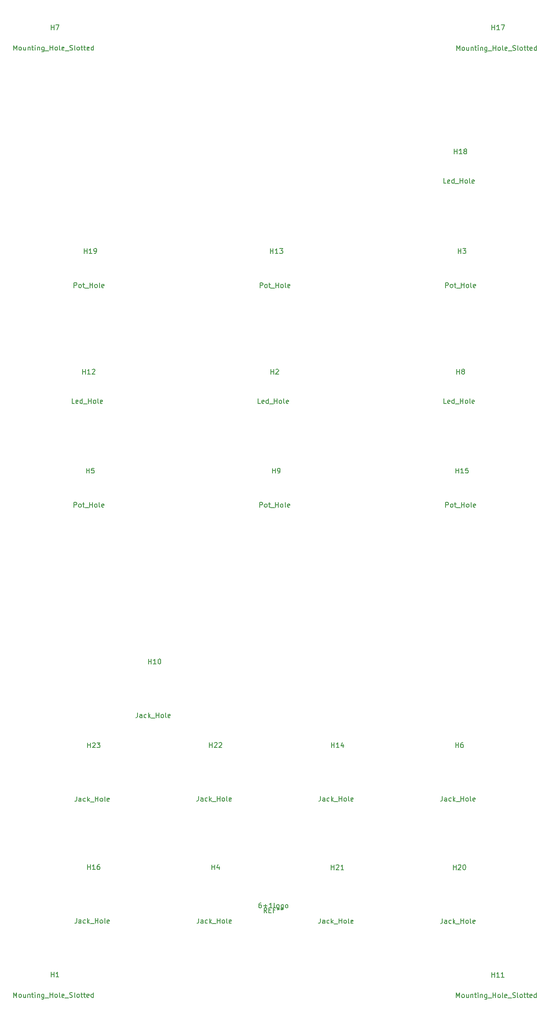
<source format=gbr>
%TF.GenerationSoftware,KiCad,Pcbnew,(5.1.9)-1*%
%TF.CreationDate,2021-08-21T12:12:35+01:00*%
%TF.ProjectId,KOSMOS LFO6 Front Panel,4b4f534d-4f53-4204-9c46-4f362046726f,rev?*%
%TF.SameCoordinates,Original*%
%TF.FileFunction,Other,Fab,Top*%
%FSLAX46Y46*%
G04 Gerber Fmt 4.6, Leading zero omitted, Abs format (unit mm)*
G04 Created by KiCad (PCBNEW (5.1.9)-1) date 2021-08-21 12:12:35*
%MOMM*%
%LPD*%
G01*
G04 APERTURE LIST*
%ADD10C,0.150000*%
G04 APERTURE END LIST*
%TO.C,REF\u002A\u002A*%
D10*
X-63473333Y-189872380D02*
X-63806666Y-189396190D01*
X-64044761Y-189872380D02*
X-64044761Y-188872380D01*
X-63663809Y-188872380D01*
X-63568571Y-188920000D01*
X-63520952Y-188967619D01*
X-63473333Y-189062857D01*
X-63473333Y-189205714D01*
X-63520952Y-189300952D01*
X-63568571Y-189348571D01*
X-63663809Y-189396190D01*
X-64044761Y-189396190D01*
X-63044761Y-189348571D02*
X-62711428Y-189348571D01*
X-62568571Y-189872380D02*
X-63044761Y-189872380D01*
X-63044761Y-188872380D01*
X-62568571Y-188872380D01*
X-61806666Y-189348571D02*
X-62140000Y-189348571D01*
X-62140000Y-189872380D02*
X-62140000Y-188872380D01*
X-61663809Y-188872380D01*
X-61140000Y-188872380D02*
X-61140000Y-189110476D01*
X-61378095Y-189015238D02*
X-61140000Y-189110476D01*
X-60901904Y-189015238D01*
X-61282857Y-189300952D02*
X-61140000Y-189110476D01*
X-60997142Y-189300952D01*
X-60378095Y-188872380D02*
X-60378095Y-189110476D01*
X-60616190Y-189015238D02*
X-60378095Y-189110476D01*
X-60140000Y-189015238D01*
X-60520952Y-189300952D02*
X-60378095Y-189110476D01*
X-60235238Y-189300952D01*
X-64663809Y-187872380D02*
X-64854285Y-187872380D01*
X-64949523Y-187920000D01*
X-64997142Y-187967619D01*
X-65092380Y-188110476D01*
X-65140000Y-188300952D01*
X-65140000Y-188681904D01*
X-65092380Y-188777142D01*
X-65044761Y-188824761D01*
X-64949523Y-188872380D01*
X-64759047Y-188872380D01*
X-64663809Y-188824761D01*
X-64616190Y-188777142D01*
X-64568571Y-188681904D01*
X-64568571Y-188443809D01*
X-64616190Y-188348571D01*
X-64663809Y-188300952D01*
X-64759047Y-188253333D01*
X-64949523Y-188253333D01*
X-65044761Y-188300952D01*
X-65092380Y-188348571D01*
X-65140000Y-188443809D01*
X-64140000Y-188491428D02*
X-63378095Y-188491428D01*
X-63759047Y-188872380D02*
X-63759047Y-188110476D01*
X-62378095Y-188872380D02*
X-62949523Y-188872380D01*
X-62663809Y-188872380D02*
X-62663809Y-187872380D01*
X-62759047Y-188015238D01*
X-62854285Y-188110476D01*
X-62949523Y-188158095D01*
X-61806666Y-188872380D02*
X-61901904Y-188824761D01*
X-61949523Y-188729523D01*
X-61949523Y-187872380D01*
X-61282857Y-188872380D02*
X-61378095Y-188824761D01*
X-61425714Y-188777142D01*
X-61473333Y-188681904D01*
X-61473333Y-188396190D01*
X-61425714Y-188300952D01*
X-61378095Y-188253333D01*
X-61282857Y-188205714D01*
X-61140000Y-188205714D01*
X-61044761Y-188253333D01*
X-60997142Y-188300952D01*
X-60949523Y-188396190D01*
X-60949523Y-188681904D01*
X-60997142Y-188777142D01*
X-61044761Y-188824761D01*
X-61140000Y-188872380D01*
X-61282857Y-188872380D01*
X-60092380Y-188205714D02*
X-60092380Y-189015238D01*
X-60140000Y-189110476D01*
X-60187619Y-189158095D01*
X-60282857Y-189205714D01*
X-60425714Y-189205714D01*
X-60520952Y-189158095D01*
X-60092380Y-188824761D02*
X-60187619Y-188872380D01*
X-60378095Y-188872380D01*
X-60473333Y-188824761D01*
X-60520952Y-188777142D01*
X-60568571Y-188681904D01*
X-60568571Y-188396190D01*
X-60520952Y-188300952D01*
X-60473333Y-188253333D01*
X-60378095Y-188205714D01*
X-60187619Y-188205714D01*
X-60092380Y-188253333D01*
X-59473333Y-188872380D02*
X-59568571Y-188824761D01*
X-59616190Y-188777142D01*
X-59663809Y-188681904D01*
X-59663809Y-188396190D01*
X-59616190Y-188300952D01*
X-59568571Y-188253333D01*
X-59473333Y-188205714D01*
X-59330476Y-188205714D01*
X-59235238Y-188253333D01*
X-59187619Y-188300952D01*
X-59140000Y-188396190D01*
X-59140000Y-188681904D01*
X-59187619Y-188777142D01*
X-59235238Y-188824761D01*
X-59330476Y-188872380D01*
X-59473333Y-188872380D01*
%TO.C,H1*%
X-115430476Y-207222380D02*
X-115430476Y-206222380D01*
X-115097142Y-206936666D01*
X-114763809Y-206222380D01*
X-114763809Y-207222380D01*
X-114144761Y-207222380D02*
X-114240000Y-207174761D01*
X-114287619Y-207127142D01*
X-114335238Y-207031904D01*
X-114335238Y-206746190D01*
X-114287619Y-206650952D01*
X-114240000Y-206603333D01*
X-114144761Y-206555714D01*
X-114001904Y-206555714D01*
X-113906666Y-206603333D01*
X-113859047Y-206650952D01*
X-113811428Y-206746190D01*
X-113811428Y-207031904D01*
X-113859047Y-207127142D01*
X-113906666Y-207174761D01*
X-114001904Y-207222380D01*
X-114144761Y-207222380D01*
X-112954285Y-206555714D02*
X-112954285Y-207222380D01*
X-113382857Y-206555714D02*
X-113382857Y-207079523D01*
X-113335238Y-207174761D01*
X-113240000Y-207222380D01*
X-113097142Y-207222380D01*
X-113001904Y-207174761D01*
X-112954285Y-207127142D01*
X-112478095Y-206555714D02*
X-112478095Y-207222380D01*
X-112478095Y-206650952D02*
X-112430476Y-206603333D01*
X-112335238Y-206555714D01*
X-112192380Y-206555714D01*
X-112097142Y-206603333D01*
X-112049523Y-206698571D01*
X-112049523Y-207222380D01*
X-111716190Y-206555714D02*
X-111335238Y-206555714D01*
X-111573333Y-206222380D02*
X-111573333Y-207079523D01*
X-111525714Y-207174761D01*
X-111430476Y-207222380D01*
X-111335238Y-207222380D01*
X-111001904Y-207222380D02*
X-111001904Y-206555714D01*
X-111001904Y-206222380D02*
X-111049523Y-206270000D01*
X-111001904Y-206317619D01*
X-110954285Y-206270000D01*
X-111001904Y-206222380D01*
X-111001904Y-206317619D01*
X-110525714Y-206555714D02*
X-110525714Y-207222380D01*
X-110525714Y-206650952D02*
X-110478095Y-206603333D01*
X-110382857Y-206555714D01*
X-110240000Y-206555714D01*
X-110144761Y-206603333D01*
X-110097142Y-206698571D01*
X-110097142Y-207222380D01*
X-109192380Y-206555714D02*
X-109192380Y-207365238D01*
X-109240000Y-207460476D01*
X-109287619Y-207508095D01*
X-109382857Y-207555714D01*
X-109525714Y-207555714D01*
X-109620952Y-207508095D01*
X-109192380Y-207174761D02*
X-109287619Y-207222380D01*
X-109478095Y-207222380D01*
X-109573333Y-207174761D01*
X-109620952Y-207127142D01*
X-109668571Y-207031904D01*
X-109668571Y-206746190D01*
X-109620952Y-206650952D01*
X-109573333Y-206603333D01*
X-109478095Y-206555714D01*
X-109287619Y-206555714D01*
X-109192380Y-206603333D01*
X-108954285Y-207317619D02*
X-108192380Y-207317619D01*
X-107954285Y-207222380D02*
X-107954285Y-206222380D01*
X-107954285Y-206698571D02*
X-107382857Y-206698571D01*
X-107382857Y-207222380D02*
X-107382857Y-206222380D01*
X-106763809Y-207222380D02*
X-106859047Y-207174761D01*
X-106906666Y-207127142D01*
X-106954285Y-207031904D01*
X-106954285Y-206746190D01*
X-106906666Y-206650952D01*
X-106859047Y-206603333D01*
X-106763809Y-206555714D01*
X-106620952Y-206555714D01*
X-106525714Y-206603333D01*
X-106478095Y-206650952D01*
X-106430476Y-206746190D01*
X-106430476Y-207031904D01*
X-106478095Y-207127142D01*
X-106525714Y-207174761D01*
X-106620952Y-207222380D01*
X-106763809Y-207222380D01*
X-105859047Y-207222380D02*
X-105954285Y-207174761D01*
X-106001904Y-207079523D01*
X-106001904Y-206222380D01*
X-105097142Y-207174761D02*
X-105192380Y-207222380D01*
X-105382857Y-207222380D01*
X-105478095Y-207174761D01*
X-105525714Y-207079523D01*
X-105525714Y-206698571D01*
X-105478095Y-206603333D01*
X-105382857Y-206555714D01*
X-105192380Y-206555714D01*
X-105097142Y-206603333D01*
X-105049523Y-206698571D01*
X-105049523Y-206793809D01*
X-105525714Y-206889047D01*
X-104859047Y-207317619D02*
X-104097142Y-207317619D01*
X-103906666Y-207174761D02*
X-103763809Y-207222380D01*
X-103525714Y-207222380D01*
X-103430476Y-207174761D01*
X-103382857Y-207127142D01*
X-103335238Y-207031904D01*
X-103335238Y-206936666D01*
X-103382857Y-206841428D01*
X-103430476Y-206793809D01*
X-103525714Y-206746190D01*
X-103716190Y-206698571D01*
X-103811428Y-206650952D01*
X-103859047Y-206603333D01*
X-103906666Y-206508095D01*
X-103906666Y-206412857D01*
X-103859047Y-206317619D01*
X-103811428Y-206270000D01*
X-103716190Y-206222380D01*
X-103478095Y-206222380D01*
X-103335238Y-206270000D01*
X-102763809Y-207222380D02*
X-102859047Y-207174761D01*
X-102906666Y-207079523D01*
X-102906666Y-206222380D01*
X-102240000Y-207222380D02*
X-102335238Y-207174761D01*
X-102382857Y-207127142D01*
X-102430476Y-207031904D01*
X-102430476Y-206746190D01*
X-102382857Y-206650952D01*
X-102335238Y-206603333D01*
X-102240000Y-206555714D01*
X-102097142Y-206555714D01*
X-102001904Y-206603333D01*
X-101954285Y-206650952D01*
X-101906666Y-206746190D01*
X-101906666Y-207031904D01*
X-101954285Y-207127142D01*
X-102001904Y-207174761D01*
X-102097142Y-207222380D01*
X-102240000Y-207222380D01*
X-101620952Y-206555714D02*
X-101240000Y-206555714D01*
X-101478095Y-206222380D02*
X-101478095Y-207079523D01*
X-101430476Y-207174761D01*
X-101335238Y-207222380D01*
X-101240000Y-207222380D01*
X-101049523Y-206555714D02*
X-100668571Y-206555714D01*
X-100906666Y-206222380D02*
X-100906666Y-207079523D01*
X-100859047Y-207174761D01*
X-100763809Y-207222380D01*
X-100668571Y-207222380D01*
X-99954285Y-207174761D02*
X-100049523Y-207222380D01*
X-100240000Y-207222380D01*
X-100335238Y-207174761D01*
X-100382857Y-207079523D01*
X-100382857Y-206698571D01*
X-100335238Y-206603333D01*
X-100240000Y-206555714D01*
X-100049523Y-206555714D01*
X-99954285Y-206603333D01*
X-99906666Y-206698571D01*
X-99906666Y-206793809D01*
X-100382857Y-206889047D01*
X-99049523Y-207222380D02*
X-99049523Y-206222380D01*
X-99049523Y-207174761D02*
X-99144761Y-207222380D01*
X-99335238Y-207222380D01*
X-99430476Y-207174761D01*
X-99478095Y-207127142D01*
X-99525714Y-207031904D01*
X-99525714Y-206746190D01*
X-99478095Y-206650952D01*
X-99430476Y-206603333D01*
X-99335238Y-206555714D01*
X-99144761Y-206555714D01*
X-99049523Y-206603333D01*
X-107701904Y-203022380D02*
X-107701904Y-202022380D01*
X-107701904Y-202498571D02*
X-107130476Y-202498571D01*
X-107130476Y-203022380D02*
X-107130476Y-202022380D01*
X-106130476Y-203022380D02*
X-106701904Y-203022380D01*
X-106416190Y-203022380D02*
X-106416190Y-202022380D01*
X-106511428Y-202165238D01*
X-106606666Y-202260476D01*
X-106701904Y-202308095D01*
%TO.C,H2*%
X-64799047Y-85592380D02*
X-65275238Y-85592380D01*
X-65275238Y-84592380D01*
X-64084761Y-85544761D02*
X-64180000Y-85592380D01*
X-64370476Y-85592380D01*
X-64465714Y-85544761D01*
X-64513333Y-85449523D01*
X-64513333Y-85068571D01*
X-64465714Y-84973333D01*
X-64370476Y-84925714D01*
X-64180000Y-84925714D01*
X-64084761Y-84973333D01*
X-64037142Y-85068571D01*
X-64037142Y-85163809D01*
X-64513333Y-85259047D01*
X-63180000Y-85592380D02*
X-63180000Y-84592380D01*
X-63180000Y-85544761D02*
X-63275238Y-85592380D01*
X-63465714Y-85592380D01*
X-63560952Y-85544761D01*
X-63608571Y-85497142D01*
X-63656190Y-85401904D01*
X-63656190Y-85116190D01*
X-63608571Y-85020952D01*
X-63560952Y-84973333D01*
X-63465714Y-84925714D01*
X-63275238Y-84925714D01*
X-63180000Y-84973333D01*
X-62941904Y-85687619D02*
X-62180000Y-85687619D01*
X-61941904Y-85592380D02*
X-61941904Y-84592380D01*
X-61941904Y-85068571D02*
X-61370476Y-85068571D01*
X-61370476Y-85592380D02*
X-61370476Y-84592380D01*
X-60751428Y-85592380D02*
X-60846666Y-85544761D01*
X-60894285Y-85497142D01*
X-60941904Y-85401904D01*
X-60941904Y-85116190D01*
X-60894285Y-85020952D01*
X-60846666Y-84973333D01*
X-60751428Y-84925714D01*
X-60608571Y-84925714D01*
X-60513333Y-84973333D01*
X-60465714Y-85020952D01*
X-60418095Y-85116190D01*
X-60418095Y-85401904D01*
X-60465714Y-85497142D01*
X-60513333Y-85544761D01*
X-60608571Y-85592380D01*
X-60751428Y-85592380D01*
X-59846666Y-85592380D02*
X-59941904Y-85544761D01*
X-59989523Y-85449523D01*
X-59989523Y-84592380D01*
X-59084761Y-85544761D02*
X-59180000Y-85592380D01*
X-59370476Y-85592380D01*
X-59465714Y-85544761D01*
X-59513333Y-85449523D01*
X-59513333Y-85068571D01*
X-59465714Y-84973333D01*
X-59370476Y-84925714D01*
X-59180000Y-84925714D01*
X-59084761Y-84973333D01*
X-59037142Y-85068571D01*
X-59037142Y-85163809D01*
X-59513333Y-85259047D01*
X-62641904Y-79592380D02*
X-62641904Y-78592380D01*
X-62641904Y-79068571D02*
X-62070476Y-79068571D01*
X-62070476Y-79592380D02*
X-62070476Y-78592380D01*
X-61641904Y-78687619D02*
X-61594285Y-78640000D01*
X-61499047Y-78592380D01*
X-61260952Y-78592380D01*
X-61165714Y-78640000D01*
X-61118095Y-78687619D01*
X-61070476Y-78782857D01*
X-61070476Y-78878095D01*
X-61118095Y-79020952D01*
X-61689523Y-79592380D01*
X-61070476Y-79592380D01*
%TO.C,H3*%
X-26827619Y-61852380D02*
X-26827619Y-60852380D01*
X-26446666Y-60852380D01*
X-26351428Y-60900000D01*
X-26303809Y-60947619D01*
X-26256190Y-61042857D01*
X-26256190Y-61185714D01*
X-26303809Y-61280952D01*
X-26351428Y-61328571D01*
X-26446666Y-61376190D01*
X-26827619Y-61376190D01*
X-25684761Y-61852380D02*
X-25780000Y-61804761D01*
X-25827619Y-61757142D01*
X-25875238Y-61661904D01*
X-25875238Y-61376190D01*
X-25827619Y-61280952D01*
X-25780000Y-61233333D01*
X-25684761Y-61185714D01*
X-25541904Y-61185714D01*
X-25446666Y-61233333D01*
X-25399047Y-61280952D01*
X-25351428Y-61376190D01*
X-25351428Y-61661904D01*
X-25399047Y-61757142D01*
X-25446666Y-61804761D01*
X-25541904Y-61852380D01*
X-25684761Y-61852380D01*
X-25065714Y-61185714D02*
X-24684761Y-61185714D01*
X-24922857Y-60852380D02*
X-24922857Y-61709523D01*
X-24875238Y-61804761D01*
X-24780000Y-61852380D01*
X-24684761Y-61852380D01*
X-24589523Y-61947619D02*
X-23827619Y-61947619D01*
X-23589523Y-61852380D02*
X-23589523Y-60852380D01*
X-23589523Y-61328571D02*
X-23018095Y-61328571D01*
X-23018095Y-61852380D02*
X-23018095Y-60852380D01*
X-22399047Y-61852380D02*
X-22494285Y-61804761D01*
X-22541904Y-61757142D01*
X-22589523Y-61661904D01*
X-22589523Y-61376190D01*
X-22541904Y-61280952D01*
X-22494285Y-61233333D01*
X-22399047Y-61185714D01*
X-22256190Y-61185714D01*
X-22160952Y-61233333D01*
X-22113333Y-61280952D01*
X-22065714Y-61376190D01*
X-22065714Y-61661904D01*
X-22113333Y-61757142D01*
X-22160952Y-61804761D01*
X-22256190Y-61852380D01*
X-22399047Y-61852380D01*
X-21494285Y-61852380D02*
X-21589523Y-61804761D01*
X-21637142Y-61709523D01*
X-21637142Y-60852380D01*
X-20732380Y-61804761D02*
X-20827619Y-61852380D01*
X-21018095Y-61852380D01*
X-21113333Y-61804761D01*
X-21160952Y-61709523D01*
X-21160952Y-61328571D01*
X-21113333Y-61233333D01*
X-21018095Y-61185714D01*
X-20827619Y-61185714D01*
X-20732380Y-61233333D01*
X-20684761Y-61328571D01*
X-20684761Y-61423809D01*
X-21160952Y-61519047D01*
X-24241904Y-54852380D02*
X-24241904Y-53852380D01*
X-24241904Y-54328571D02*
X-23670476Y-54328571D01*
X-23670476Y-54852380D02*
X-23670476Y-53852380D01*
X-23289523Y-53852380D02*
X-22670476Y-53852380D01*
X-23003809Y-54233333D01*
X-22860952Y-54233333D01*
X-22765714Y-54280952D01*
X-22718095Y-54328571D01*
X-22670476Y-54423809D01*
X-22670476Y-54661904D01*
X-22718095Y-54757142D01*
X-22765714Y-54804761D01*
X-22860952Y-54852380D01*
X-23146666Y-54852380D01*
X-23241904Y-54804761D01*
X-23289523Y-54757142D01*
%TO.C,H4*%
X-77460476Y-191042380D02*
X-77460476Y-191756666D01*
X-77508095Y-191899523D01*
X-77603333Y-191994761D01*
X-77746190Y-192042380D01*
X-77841428Y-192042380D01*
X-76555714Y-192042380D02*
X-76555714Y-191518571D01*
X-76603333Y-191423333D01*
X-76698571Y-191375714D01*
X-76889047Y-191375714D01*
X-76984285Y-191423333D01*
X-76555714Y-191994761D02*
X-76650952Y-192042380D01*
X-76889047Y-192042380D01*
X-76984285Y-191994761D01*
X-77031904Y-191899523D01*
X-77031904Y-191804285D01*
X-76984285Y-191709047D01*
X-76889047Y-191661428D01*
X-76650952Y-191661428D01*
X-76555714Y-191613809D01*
X-75650952Y-191994761D02*
X-75746190Y-192042380D01*
X-75936666Y-192042380D01*
X-76031904Y-191994761D01*
X-76079523Y-191947142D01*
X-76127142Y-191851904D01*
X-76127142Y-191566190D01*
X-76079523Y-191470952D01*
X-76031904Y-191423333D01*
X-75936666Y-191375714D01*
X-75746190Y-191375714D01*
X-75650952Y-191423333D01*
X-75222380Y-192042380D02*
X-75222380Y-191042380D01*
X-75127142Y-191661428D02*
X-74841428Y-192042380D01*
X-74841428Y-191375714D02*
X-75222380Y-191756666D01*
X-74650952Y-192137619D02*
X-73889047Y-192137619D01*
X-73650952Y-192042380D02*
X-73650952Y-191042380D01*
X-73650952Y-191518571D02*
X-73079523Y-191518571D01*
X-73079523Y-192042380D02*
X-73079523Y-191042380D01*
X-72460476Y-192042380D02*
X-72555714Y-191994761D01*
X-72603333Y-191947142D01*
X-72650952Y-191851904D01*
X-72650952Y-191566190D01*
X-72603333Y-191470952D01*
X-72555714Y-191423333D01*
X-72460476Y-191375714D01*
X-72317619Y-191375714D01*
X-72222380Y-191423333D01*
X-72174761Y-191470952D01*
X-72127142Y-191566190D01*
X-72127142Y-191851904D01*
X-72174761Y-191947142D01*
X-72222380Y-191994761D01*
X-72317619Y-192042380D01*
X-72460476Y-192042380D01*
X-71555714Y-192042380D02*
X-71650952Y-191994761D01*
X-71698571Y-191899523D01*
X-71698571Y-191042380D01*
X-70793809Y-191994761D02*
X-70889047Y-192042380D01*
X-71079523Y-192042380D01*
X-71174761Y-191994761D01*
X-71222380Y-191899523D01*
X-71222380Y-191518571D01*
X-71174761Y-191423333D01*
X-71079523Y-191375714D01*
X-70889047Y-191375714D01*
X-70793809Y-191423333D01*
X-70746190Y-191518571D01*
X-70746190Y-191613809D01*
X-71222380Y-191709047D01*
X-74731904Y-181042380D02*
X-74731904Y-180042380D01*
X-74731904Y-180518571D02*
X-74160476Y-180518571D01*
X-74160476Y-181042380D02*
X-74160476Y-180042380D01*
X-73255714Y-180375714D02*
X-73255714Y-181042380D01*
X-73493809Y-179994761D02*
X-73731904Y-180709047D01*
X-73112857Y-180709047D01*
%TO.C,H5*%
X-103027619Y-106842380D02*
X-103027619Y-105842380D01*
X-102646666Y-105842380D01*
X-102551428Y-105890000D01*
X-102503809Y-105937619D01*
X-102456190Y-106032857D01*
X-102456190Y-106175714D01*
X-102503809Y-106270952D01*
X-102551428Y-106318571D01*
X-102646666Y-106366190D01*
X-103027619Y-106366190D01*
X-101884761Y-106842380D02*
X-101980000Y-106794761D01*
X-102027619Y-106747142D01*
X-102075238Y-106651904D01*
X-102075238Y-106366190D01*
X-102027619Y-106270952D01*
X-101980000Y-106223333D01*
X-101884761Y-106175714D01*
X-101741904Y-106175714D01*
X-101646666Y-106223333D01*
X-101599047Y-106270952D01*
X-101551428Y-106366190D01*
X-101551428Y-106651904D01*
X-101599047Y-106747142D01*
X-101646666Y-106794761D01*
X-101741904Y-106842380D01*
X-101884761Y-106842380D01*
X-101265714Y-106175714D02*
X-100884761Y-106175714D01*
X-101122857Y-105842380D02*
X-101122857Y-106699523D01*
X-101075238Y-106794761D01*
X-100980000Y-106842380D01*
X-100884761Y-106842380D01*
X-100789523Y-106937619D02*
X-100027619Y-106937619D01*
X-99789523Y-106842380D02*
X-99789523Y-105842380D01*
X-99789523Y-106318571D02*
X-99218095Y-106318571D01*
X-99218095Y-106842380D02*
X-99218095Y-105842380D01*
X-98599047Y-106842380D02*
X-98694285Y-106794761D01*
X-98741904Y-106747142D01*
X-98789523Y-106651904D01*
X-98789523Y-106366190D01*
X-98741904Y-106270952D01*
X-98694285Y-106223333D01*
X-98599047Y-106175714D01*
X-98456190Y-106175714D01*
X-98360952Y-106223333D01*
X-98313333Y-106270952D01*
X-98265714Y-106366190D01*
X-98265714Y-106651904D01*
X-98313333Y-106747142D01*
X-98360952Y-106794761D01*
X-98456190Y-106842380D01*
X-98599047Y-106842380D01*
X-97694285Y-106842380D02*
X-97789523Y-106794761D01*
X-97837142Y-106699523D01*
X-97837142Y-105842380D01*
X-96932380Y-106794761D02*
X-97027619Y-106842380D01*
X-97218095Y-106842380D01*
X-97313333Y-106794761D01*
X-97360952Y-106699523D01*
X-97360952Y-106318571D01*
X-97313333Y-106223333D01*
X-97218095Y-106175714D01*
X-97027619Y-106175714D01*
X-96932380Y-106223333D01*
X-96884761Y-106318571D01*
X-96884761Y-106413809D01*
X-97360952Y-106509047D01*
X-100441904Y-99842380D02*
X-100441904Y-98842380D01*
X-100441904Y-99318571D02*
X-99870476Y-99318571D01*
X-99870476Y-99842380D02*
X-99870476Y-98842380D01*
X-98918095Y-98842380D02*
X-99394285Y-98842380D01*
X-99441904Y-99318571D01*
X-99394285Y-99270952D01*
X-99299047Y-99223333D01*
X-99060952Y-99223333D01*
X-98965714Y-99270952D01*
X-98918095Y-99318571D01*
X-98870476Y-99413809D01*
X-98870476Y-99651904D01*
X-98918095Y-99747142D01*
X-98965714Y-99794761D01*
X-99060952Y-99842380D01*
X-99299047Y-99842380D01*
X-99394285Y-99794761D01*
X-99441904Y-99747142D01*
%TO.C,H6*%
X-27480476Y-166042380D02*
X-27480476Y-166756666D01*
X-27528095Y-166899523D01*
X-27623333Y-166994761D01*
X-27766190Y-167042380D01*
X-27861428Y-167042380D01*
X-26575714Y-167042380D02*
X-26575714Y-166518571D01*
X-26623333Y-166423333D01*
X-26718571Y-166375714D01*
X-26909047Y-166375714D01*
X-27004285Y-166423333D01*
X-26575714Y-166994761D02*
X-26670952Y-167042380D01*
X-26909047Y-167042380D01*
X-27004285Y-166994761D01*
X-27051904Y-166899523D01*
X-27051904Y-166804285D01*
X-27004285Y-166709047D01*
X-26909047Y-166661428D01*
X-26670952Y-166661428D01*
X-26575714Y-166613809D01*
X-25670952Y-166994761D02*
X-25766190Y-167042380D01*
X-25956666Y-167042380D01*
X-26051904Y-166994761D01*
X-26099523Y-166947142D01*
X-26147142Y-166851904D01*
X-26147142Y-166566190D01*
X-26099523Y-166470952D01*
X-26051904Y-166423333D01*
X-25956666Y-166375714D01*
X-25766190Y-166375714D01*
X-25670952Y-166423333D01*
X-25242380Y-167042380D02*
X-25242380Y-166042380D01*
X-25147142Y-166661428D02*
X-24861428Y-167042380D01*
X-24861428Y-166375714D02*
X-25242380Y-166756666D01*
X-24670952Y-167137619D02*
X-23909047Y-167137619D01*
X-23670952Y-167042380D02*
X-23670952Y-166042380D01*
X-23670952Y-166518571D02*
X-23099523Y-166518571D01*
X-23099523Y-167042380D02*
X-23099523Y-166042380D01*
X-22480476Y-167042380D02*
X-22575714Y-166994761D01*
X-22623333Y-166947142D01*
X-22670952Y-166851904D01*
X-22670952Y-166566190D01*
X-22623333Y-166470952D01*
X-22575714Y-166423333D01*
X-22480476Y-166375714D01*
X-22337619Y-166375714D01*
X-22242380Y-166423333D01*
X-22194761Y-166470952D01*
X-22147142Y-166566190D01*
X-22147142Y-166851904D01*
X-22194761Y-166947142D01*
X-22242380Y-166994761D01*
X-22337619Y-167042380D01*
X-22480476Y-167042380D01*
X-21575714Y-167042380D02*
X-21670952Y-166994761D01*
X-21718571Y-166899523D01*
X-21718571Y-166042380D01*
X-20813809Y-166994761D02*
X-20909047Y-167042380D01*
X-21099523Y-167042380D01*
X-21194761Y-166994761D01*
X-21242380Y-166899523D01*
X-21242380Y-166518571D01*
X-21194761Y-166423333D01*
X-21099523Y-166375714D01*
X-20909047Y-166375714D01*
X-20813809Y-166423333D01*
X-20766190Y-166518571D01*
X-20766190Y-166613809D01*
X-21242380Y-166709047D01*
X-24751904Y-156042380D02*
X-24751904Y-155042380D01*
X-24751904Y-155518571D02*
X-24180476Y-155518571D01*
X-24180476Y-156042380D02*
X-24180476Y-155042380D01*
X-23275714Y-155042380D02*
X-23466190Y-155042380D01*
X-23561428Y-155090000D01*
X-23609047Y-155137619D01*
X-23704285Y-155280476D01*
X-23751904Y-155470952D01*
X-23751904Y-155851904D01*
X-23704285Y-155947142D01*
X-23656666Y-155994761D01*
X-23561428Y-156042380D01*
X-23370952Y-156042380D01*
X-23275714Y-155994761D01*
X-23228095Y-155947142D01*
X-23180476Y-155851904D01*
X-23180476Y-155613809D01*
X-23228095Y-155518571D01*
X-23275714Y-155470952D01*
X-23370952Y-155423333D01*
X-23561428Y-155423333D01*
X-23656666Y-155470952D01*
X-23704285Y-155518571D01*
X-23751904Y-155613809D01*
%TO.C,H7*%
X-115410476Y-13232380D02*
X-115410476Y-12232380D01*
X-115077142Y-12946666D01*
X-114743809Y-12232380D01*
X-114743809Y-13232380D01*
X-114124761Y-13232380D02*
X-114220000Y-13184761D01*
X-114267619Y-13137142D01*
X-114315238Y-13041904D01*
X-114315238Y-12756190D01*
X-114267619Y-12660952D01*
X-114220000Y-12613333D01*
X-114124761Y-12565714D01*
X-113981904Y-12565714D01*
X-113886666Y-12613333D01*
X-113839047Y-12660952D01*
X-113791428Y-12756190D01*
X-113791428Y-13041904D01*
X-113839047Y-13137142D01*
X-113886666Y-13184761D01*
X-113981904Y-13232380D01*
X-114124761Y-13232380D01*
X-112934285Y-12565714D02*
X-112934285Y-13232380D01*
X-113362857Y-12565714D02*
X-113362857Y-13089523D01*
X-113315238Y-13184761D01*
X-113220000Y-13232380D01*
X-113077142Y-13232380D01*
X-112981904Y-13184761D01*
X-112934285Y-13137142D01*
X-112458095Y-12565714D02*
X-112458095Y-13232380D01*
X-112458095Y-12660952D02*
X-112410476Y-12613333D01*
X-112315238Y-12565714D01*
X-112172380Y-12565714D01*
X-112077142Y-12613333D01*
X-112029523Y-12708571D01*
X-112029523Y-13232380D01*
X-111696190Y-12565714D02*
X-111315238Y-12565714D01*
X-111553333Y-12232380D02*
X-111553333Y-13089523D01*
X-111505714Y-13184761D01*
X-111410476Y-13232380D01*
X-111315238Y-13232380D01*
X-110981904Y-13232380D02*
X-110981904Y-12565714D01*
X-110981904Y-12232380D02*
X-111029523Y-12280000D01*
X-110981904Y-12327619D01*
X-110934285Y-12280000D01*
X-110981904Y-12232380D01*
X-110981904Y-12327619D01*
X-110505714Y-12565714D02*
X-110505714Y-13232380D01*
X-110505714Y-12660952D02*
X-110458095Y-12613333D01*
X-110362857Y-12565714D01*
X-110220000Y-12565714D01*
X-110124761Y-12613333D01*
X-110077142Y-12708571D01*
X-110077142Y-13232380D01*
X-109172380Y-12565714D02*
X-109172380Y-13375238D01*
X-109220000Y-13470476D01*
X-109267619Y-13518095D01*
X-109362857Y-13565714D01*
X-109505714Y-13565714D01*
X-109600952Y-13518095D01*
X-109172380Y-13184761D02*
X-109267619Y-13232380D01*
X-109458095Y-13232380D01*
X-109553333Y-13184761D01*
X-109600952Y-13137142D01*
X-109648571Y-13041904D01*
X-109648571Y-12756190D01*
X-109600952Y-12660952D01*
X-109553333Y-12613333D01*
X-109458095Y-12565714D01*
X-109267619Y-12565714D01*
X-109172380Y-12613333D01*
X-108934285Y-13327619D02*
X-108172380Y-13327619D01*
X-107934285Y-13232380D02*
X-107934285Y-12232380D01*
X-107934285Y-12708571D02*
X-107362857Y-12708571D01*
X-107362857Y-13232380D02*
X-107362857Y-12232380D01*
X-106743809Y-13232380D02*
X-106839047Y-13184761D01*
X-106886666Y-13137142D01*
X-106934285Y-13041904D01*
X-106934285Y-12756190D01*
X-106886666Y-12660952D01*
X-106839047Y-12613333D01*
X-106743809Y-12565714D01*
X-106600952Y-12565714D01*
X-106505714Y-12613333D01*
X-106458095Y-12660952D01*
X-106410476Y-12756190D01*
X-106410476Y-13041904D01*
X-106458095Y-13137142D01*
X-106505714Y-13184761D01*
X-106600952Y-13232380D01*
X-106743809Y-13232380D01*
X-105839047Y-13232380D02*
X-105934285Y-13184761D01*
X-105981904Y-13089523D01*
X-105981904Y-12232380D01*
X-105077142Y-13184761D02*
X-105172380Y-13232380D01*
X-105362857Y-13232380D01*
X-105458095Y-13184761D01*
X-105505714Y-13089523D01*
X-105505714Y-12708571D01*
X-105458095Y-12613333D01*
X-105362857Y-12565714D01*
X-105172380Y-12565714D01*
X-105077142Y-12613333D01*
X-105029523Y-12708571D01*
X-105029523Y-12803809D01*
X-105505714Y-12899047D01*
X-104839047Y-13327619D02*
X-104077142Y-13327619D01*
X-103886666Y-13184761D02*
X-103743809Y-13232380D01*
X-103505714Y-13232380D01*
X-103410476Y-13184761D01*
X-103362857Y-13137142D01*
X-103315238Y-13041904D01*
X-103315238Y-12946666D01*
X-103362857Y-12851428D01*
X-103410476Y-12803809D01*
X-103505714Y-12756190D01*
X-103696190Y-12708571D01*
X-103791428Y-12660952D01*
X-103839047Y-12613333D01*
X-103886666Y-12518095D01*
X-103886666Y-12422857D01*
X-103839047Y-12327619D01*
X-103791428Y-12280000D01*
X-103696190Y-12232380D01*
X-103458095Y-12232380D01*
X-103315238Y-12280000D01*
X-102743809Y-13232380D02*
X-102839047Y-13184761D01*
X-102886666Y-13089523D01*
X-102886666Y-12232380D01*
X-102220000Y-13232380D02*
X-102315238Y-13184761D01*
X-102362857Y-13137142D01*
X-102410476Y-13041904D01*
X-102410476Y-12756190D01*
X-102362857Y-12660952D01*
X-102315238Y-12613333D01*
X-102220000Y-12565714D01*
X-102077142Y-12565714D01*
X-101981904Y-12613333D01*
X-101934285Y-12660952D01*
X-101886666Y-12756190D01*
X-101886666Y-13041904D01*
X-101934285Y-13137142D01*
X-101981904Y-13184761D01*
X-102077142Y-13232380D01*
X-102220000Y-13232380D01*
X-101600952Y-12565714D02*
X-101220000Y-12565714D01*
X-101458095Y-12232380D02*
X-101458095Y-13089523D01*
X-101410476Y-13184761D01*
X-101315238Y-13232380D01*
X-101220000Y-13232380D01*
X-101029523Y-12565714D02*
X-100648571Y-12565714D01*
X-100886666Y-12232380D02*
X-100886666Y-13089523D01*
X-100839047Y-13184761D01*
X-100743809Y-13232380D01*
X-100648571Y-13232380D01*
X-99934285Y-13184761D02*
X-100029523Y-13232380D01*
X-100220000Y-13232380D01*
X-100315238Y-13184761D01*
X-100362857Y-13089523D01*
X-100362857Y-12708571D01*
X-100315238Y-12613333D01*
X-100220000Y-12565714D01*
X-100029523Y-12565714D01*
X-99934285Y-12613333D01*
X-99886666Y-12708571D01*
X-99886666Y-12803809D01*
X-100362857Y-12899047D01*
X-99029523Y-13232380D02*
X-99029523Y-12232380D01*
X-99029523Y-13184761D02*
X-99124761Y-13232380D01*
X-99315238Y-13232380D01*
X-99410476Y-13184761D01*
X-99458095Y-13137142D01*
X-99505714Y-13041904D01*
X-99505714Y-12756190D01*
X-99458095Y-12660952D01*
X-99410476Y-12613333D01*
X-99315238Y-12565714D01*
X-99124761Y-12565714D01*
X-99029523Y-12613333D01*
X-107681904Y-9032380D02*
X-107681904Y-8032380D01*
X-107681904Y-8508571D02*
X-107110476Y-8508571D01*
X-107110476Y-9032380D02*
X-107110476Y-8032380D01*
X-106729523Y-8032380D02*
X-106062857Y-8032380D01*
X-106491428Y-9032380D01*
%TO.C,H8*%
X-26669047Y-85572380D02*
X-27145238Y-85572380D01*
X-27145238Y-84572380D01*
X-25954761Y-85524761D02*
X-26050000Y-85572380D01*
X-26240476Y-85572380D01*
X-26335714Y-85524761D01*
X-26383333Y-85429523D01*
X-26383333Y-85048571D01*
X-26335714Y-84953333D01*
X-26240476Y-84905714D01*
X-26050000Y-84905714D01*
X-25954761Y-84953333D01*
X-25907142Y-85048571D01*
X-25907142Y-85143809D01*
X-26383333Y-85239047D01*
X-25050000Y-85572380D02*
X-25050000Y-84572380D01*
X-25050000Y-85524761D02*
X-25145238Y-85572380D01*
X-25335714Y-85572380D01*
X-25430952Y-85524761D01*
X-25478571Y-85477142D01*
X-25526190Y-85381904D01*
X-25526190Y-85096190D01*
X-25478571Y-85000952D01*
X-25430952Y-84953333D01*
X-25335714Y-84905714D01*
X-25145238Y-84905714D01*
X-25050000Y-84953333D01*
X-24811904Y-85667619D02*
X-24050000Y-85667619D01*
X-23811904Y-85572380D02*
X-23811904Y-84572380D01*
X-23811904Y-85048571D02*
X-23240476Y-85048571D01*
X-23240476Y-85572380D02*
X-23240476Y-84572380D01*
X-22621428Y-85572380D02*
X-22716666Y-85524761D01*
X-22764285Y-85477142D01*
X-22811904Y-85381904D01*
X-22811904Y-85096190D01*
X-22764285Y-85000952D01*
X-22716666Y-84953333D01*
X-22621428Y-84905714D01*
X-22478571Y-84905714D01*
X-22383333Y-84953333D01*
X-22335714Y-85000952D01*
X-22288095Y-85096190D01*
X-22288095Y-85381904D01*
X-22335714Y-85477142D01*
X-22383333Y-85524761D01*
X-22478571Y-85572380D01*
X-22621428Y-85572380D01*
X-21716666Y-85572380D02*
X-21811904Y-85524761D01*
X-21859523Y-85429523D01*
X-21859523Y-84572380D01*
X-20954761Y-85524761D02*
X-21050000Y-85572380D01*
X-21240476Y-85572380D01*
X-21335714Y-85524761D01*
X-21383333Y-85429523D01*
X-21383333Y-85048571D01*
X-21335714Y-84953333D01*
X-21240476Y-84905714D01*
X-21050000Y-84905714D01*
X-20954761Y-84953333D01*
X-20907142Y-85048571D01*
X-20907142Y-85143809D01*
X-21383333Y-85239047D01*
X-24511904Y-79572380D02*
X-24511904Y-78572380D01*
X-24511904Y-79048571D02*
X-23940476Y-79048571D01*
X-23940476Y-79572380D02*
X-23940476Y-78572380D01*
X-23321428Y-79000952D02*
X-23416666Y-78953333D01*
X-23464285Y-78905714D01*
X-23511904Y-78810476D01*
X-23511904Y-78762857D01*
X-23464285Y-78667619D01*
X-23416666Y-78620000D01*
X-23321428Y-78572380D01*
X-23130952Y-78572380D01*
X-23035714Y-78620000D01*
X-22988095Y-78667619D01*
X-22940476Y-78762857D01*
X-22940476Y-78810476D01*
X-22988095Y-78905714D01*
X-23035714Y-78953333D01*
X-23130952Y-79000952D01*
X-23321428Y-79000952D01*
X-23416666Y-79048571D01*
X-23464285Y-79096190D01*
X-23511904Y-79191428D01*
X-23511904Y-79381904D01*
X-23464285Y-79477142D01*
X-23416666Y-79524761D01*
X-23321428Y-79572380D01*
X-23130952Y-79572380D01*
X-23035714Y-79524761D01*
X-22988095Y-79477142D01*
X-22940476Y-79381904D01*
X-22940476Y-79191428D01*
X-22988095Y-79096190D01*
X-23035714Y-79048571D01*
X-23130952Y-79000952D01*
%TO.C,H9*%
X-64917619Y-106842380D02*
X-64917619Y-105842380D01*
X-64536666Y-105842380D01*
X-64441428Y-105890000D01*
X-64393809Y-105937619D01*
X-64346190Y-106032857D01*
X-64346190Y-106175714D01*
X-64393809Y-106270952D01*
X-64441428Y-106318571D01*
X-64536666Y-106366190D01*
X-64917619Y-106366190D01*
X-63774761Y-106842380D02*
X-63870000Y-106794761D01*
X-63917619Y-106747142D01*
X-63965238Y-106651904D01*
X-63965238Y-106366190D01*
X-63917619Y-106270952D01*
X-63870000Y-106223333D01*
X-63774761Y-106175714D01*
X-63631904Y-106175714D01*
X-63536666Y-106223333D01*
X-63489047Y-106270952D01*
X-63441428Y-106366190D01*
X-63441428Y-106651904D01*
X-63489047Y-106747142D01*
X-63536666Y-106794761D01*
X-63631904Y-106842380D01*
X-63774761Y-106842380D01*
X-63155714Y-106175714D02*
X-62774761Y-106175714D01*
X-63012857Y-105842380D02*
X-63012857Y-106699523D01*
X-62965238Y-106794761D01*
X-62870000Y-106842380D01*
X-62774761Y-106842380D01*
X-62679523Y-106937619D02*
X-61917619Y-106937619D01*
X-61679523Y-106842380D02*
X-61679523Y-105842380D01*
X-61679523Y-106318571D02*
X-61108095Y-106318571D01*
X-61108095Y-106842380D02*
X-61108095Y-105842380D01*
X-60489047Y-106842380D02*
X-60584285Y-106794761D01*
X-60631904Y-106747142D01*
X-60679523Y-106651904D01*
X-60679523Y-106366190D01*
X-60631904Y-106270952D01*
X-60584285Y-106223333D01*
X-60489047Y-106175714D01*
X-60346190Y-106175714D01*
X-60250952Y-106223333D01*
X-60203333Y-106270952D01*
X-60155714Y-106366190D01*
X-60155714Y-106651904D01*
X-60203333Y-106747142D01*
X-60250952Y-106794761D01*
X-60346190Y-106842380D01*
X-60489047Y-106842380D01*
X-59584285Y-106842380D02*
X-59679523Y-106794761D01*
X-59727142Y-106699523D01*
X-59727142Y-105842380D01*
X-58822380Y-106794761D02*
X-58917619Y-106842380D01*
X-59108095Y-106842380D01*
X-59203333Y-106794761D01*
X-59250952Y-106699523D01*
X-59250952Y-106318571D01*
X-59203333Y-106223333D01*
X-59108095Y-106175714D01*
X-58917619Y-106175714D01*
X-58822380Y-106223333D01*
X-58774761Y-106318571D01*
X-58774761Y-106413809D01*
X-59250952Y-106509047D01*
X-62331904Y-99842380D02*
X-62331904Y-98842380D01*
X-62331904Y-99318571D02*
X-61760476Y-99318571D01*
X-61760476Y-99842380D02*
X-61760476Y-98842380D01*
X-61236666Y-99842380D02*
X-61046190Y-99842380D01*
X-60950952Y-99794761D01*
X-60903333Y-99747142D01*
X-60808095Y-99604285D01*
X-60760476Y-99413809D01*
X-60760476Y-99032857D01*
X-60808095Y-98937619D01*
X-60855714Y-98890000D01*
X-60950952Y-98842380D01*
X-61141428Y-98842380D01*
X-61236666Y-98890000D01*
X-61284285Y-98937619D01*
X-61331904Y-99032857D01*
X-61331904Y-99270952D01*
X-61284285Y-99366190D01*
X-61236666Y-99413809D01*
X-61141428Y-99461428D01*
X-60950952Y-99461428D01*
X-60855714Y-99413809D01*
X-60808095Y-99366190D01*
X-60760476Y-99270952D01*
%TO.C,H10*%
X-89990476Y-148922380D02*
X-89990476Y-149636666D01*
X-90038095Y-149779523D01*
X-90133333Y-149874761D01*
X-90276190Y-149922380D01*
X-90371428Y-149922380D01*
X-89085714Y-149922380D02*
X-89085714Y-149398571D01*
X-89133333Y-149303333D01*
X-89228571Y-149255714D01*
X-89419047Y-149255714D01*
X-89514285Y-149303333D01*
X-89085714Y-149874761D02*
X-89180952Y-149922380D01*
X-89419047Y-149922380D01*
X-89514285Y-149874761D01*
X-89561904Y-149779523D01*
X-89561904Y-149684285D01*
X-89514285Y-149589047D01*
X-89419047Y-149541428D01*
X-89180952Y-149541428D01*
X-89085714Y-149493809D01*
X-88180952Y-149874761D02*
X-88276190Y-149922380D01*
X-88466666Y-149922380D01*
X-88561904Y-149874761D01*
X-88609523Y-149827142D01*
X-88657142Y-149731904D01*
X-88657142Y-149446190D01*
X-88609523Y-149350952D01*
X-88561904Y-149303333D01*
X-88466666Y-149255714D01*
X-88276190Y-149255714D01*
X-88180952Y-149303333D01*
X-87752380Y-149922380D02*
X-87752380Y-148922380D01*
X-87657142Y-149541428D02*
X-87371428Y-149922380D01*
X-87371428Y-149255714D02*
X-87752380Y-149636666D01*
X-87180952Y-150017619D02*
X-86419047Y-150017619D01*
X-86180952Y-149922380D02*
X-86180952Y-148922380D01*
X-86180952Y-149398571D02*
X-85609523Y-149398571D01*
X-85609523Y-149922380D02*
X-85609523Y-148922380D01*
X-84990476Y-149922380D02*
X-85085714Y-149874761D01*
X-85133333Y-149827142D01*
X-85180952Y-149731904D01*
X-85180952Y-149446190D01*
X-85133333Y-149350952D01*
X-85085714Y-149303333D01*
X-84990476Y-149255714D01*
X-84847619Y-149255714D01*
X-84752380Y-149303333D01*
X-84704761Y-149350952D01*
X-84657142Y-149446190D01*
X-84657142Y-149731904D01*
X-84704761Y-149827142D01*
X-84752380Y-149874761D01*
X-84847619Y-149922380D01*
X-84990476Y-149922380D01*
X-84085714Y-149922380D02*
X-84180952Y-149874761D01*
X-84228571Y-149779523D01*
X-84228571Y-148922380D01*
X-83323809Y-149874761D02*
X-83419047Y-149922380D01*
X-83609523Y-149922380D01*
X-83704761Y-149874761D01*
X-83752380Y-149779523D01*
X-83752380Y-149398571D01*
X-83704761Y-149303333D01*
X-83609523Y-149255714D01*
X-83419047Y-149255714D01*
X-83323809Y-149303333D01*
X-83276190Y-149398571D01*
X-83276190Y-149493809D01*
X-83752380Y-149589047D01*
X-87738095Y-138922380D02*
X-87738095Y-137922380D01*
X-87738095Y-138398571D02*
X-87166666Y-138398571D01*
X-87166666Y-138922380D02*
X-87166666Y-137922380D01*
X-86166666Y-138922380D02*
X-86738095Y-138922380D01*
X-86452380Y-138922380D02*
X-86452380Y-137922380D01*
X-86547619Y-138065238D01*
X-86642857Y-138160476D01*
X-86738095Y-138208095D01*
X-85547619Y-137922380D02*
X-85452380Y-137922380D01*
X-85357142Y-137970000D01*
X-85309523Y-138017619D01*
X-85261904Y-138112857D01*
X-85214285Y-138303333D01*
X-85214285Y-138541428D01*
X-85261904Y-138731904D01*
X-85309523Y-138827142D01*
X-85357142Y-138874761D01*
X-85452380Y-138922380D01*
X-85547619Y-138922380D01*
X-85642857Y-138874761D01*
X-85690476Y-138827142D01*
X-85738095Y-138731904D01*
X-85785714Y-138541428D01*
X-85785714Y-138303333D01*
X-85738095Y-138112857D01*
X-85690476Y-138017619D01*
X-85642857Y-137970000D01*
X-85547619Y-137922380D01*
%TO.C,H11*%
X-24600476Y-207272380D02*
X-24600476Y-206272380D01*
X-24267142Y-206986666D01*
X-23933809Y-206272380D01*
X-23933809Y-207272380D01*
X-23314761Y-207272380D02*
X-23409999Y-207224761D01*
X-23457619Y-207177142D01*
X-23505238Y-207081904D01*
X-23505238Y-206796190D01*
X-23457619Y-206700952D01*
X-23409999Y-206653333D01*
X-23314761Y-206605714D01*
X-23171904Y-206605714D01*
X-23076666Y-206653333D01*
X-23029047Y-206700952D01*
X-22981428Y-206796190D01*
X-22981428Y-207081904D01*
X-23029047Y-207177142D01*
X-23076666Y-207224761D01*
X-23171904Y-207272380D01*
X-23314761Y-207272380D01*
X-22124285Y-206605714D02*
X-22124285Y-207272380D01*
X-22552857Y-206605714D02*
X-22552857Y-207129523D01*
X-22505238Y-207224761D01*
X-22409999Y-207272380D01*
X-22267142Y-207272380D01*
X-22171904Y-207224761D01*
X-22124285Y-207177142D01*
X-21648095Y-206605714D02*
X-21648095Y-207272380D01*
X-21648095Y-206700952D02*
X-21600476Y-206653333D01*
X-21505238Y-206605714D01*
X-21362380Y-206605714D01*
X-21267142Y-206653333D01*
X-21219523Y-206748571D01*
X-21219523Y-207272380D01*
X-20886190Y-206605714D02*
X-20505238Y-206605714D01*
X-20743333Y-206272380D02*
X-20743333Y-207129523D01*
X-20695714Y-207224761D01*
X-20600476Y-207272380D01*
X-20505238Y-207272380D01*
X-20171904Y-207272380D02*
X-20171904Y-206605714D01*
X-20171904Y-206272380D02*
X-20219523Y-206320000D01*
X-20171904Y-206367619D01*
X-20124285Y-206320000D01*
X-20171904Y-206272380D01*
X-20171904Y-206367619D01*
X-19695714Y-206605714D02*
X-19695714Y-207272380D01*
X-19695714Y-206700952D02*
X-19648095Y-206653333D01*
X-19552857Y-206605714D01*
X-19410000Y-206605714D01*
X-19314761Y-206653333D01*
X-19267142Y-206748571D01*
X-19267142Y-207272380D01*
X-18362380Y-206605714D02*
X-18362380Y-207415238D01*
X-18410000Y-207510476D01*
X-18457619Y-207558095D01*
X-18552857Y-207605714D01*
X-18695714Y-207605714D01*
X-18790952Y-207558095D01*
X-18362380Y-207224761D02*
X-18457619Y-207272380D01*
X-18648095Y-207272380D01*
X-18743333Y-207224761D01*
X-18790952Y-207177142D01*
X-18838571Y-207081904D01*
X-18838571Y-206796190D01*
X-18790952Y-206700952D01*
X-18743333Y-206653333D01*
X-18648095Y-206605714D01*
X-18457619Y-206605714D01*
X-18362380Y-206653333D01*
X-18124285Y-207367619D02*
X-17362380Y-207367619D01*
X-17124285Y-207272380D02*
X-17124285Y-206272380D01*
X-17124285Y-206748571D02*
X-16552857Y-206748571D01*
X-16552857Y-207272380D02*
X-16552857Y-206272380D01*
X-15933809Y-207272380D02*
X-16029047Y-207224761D01*
X-16076666Y-207177142D01*
X-16124285Y-207081904D01*
X-16124285Y-206796190D01*
X-16076666Y-206700952D01*
X-16029047Y-206653333D01*
X-15933809Y-206605714D01*
X-15790952Y-206605714D01*
X-15695714Y-206653333D01*
X-15648095Y-206700952D01*
X-15600476Y-206796190D01*
X-15600476Y-207081904D01*
X-15648095Y-207177142D01*
X-15695714Y-207224761D01*
X-15790952Y-207272380D01*
X-15933809Y-207272380D01*
X-15029047Y-207272380D02*
X-15124285Y-207224761D01*
X-15171904Y-207129523D01*
X-15171904Y-206272380D01*
X-14267142Y-207224761D02*
X-14362380Y-207272380D01*
X-14552857Y-207272380D01*
X-14648095Y-207224761D01*
X-14695714Y-207129523D01*
X-14695714Y-206748571D01*
X-14648095Y-206653333D01*
X-14552857Y-206605714D01*
X-14362380Y-206605714D01*
X-14267142Y-206653333D01*
X-14219523Y-206748571D01*
X-14219523Y-206843809D01*
X-14695714Y-206939047D01*
X-14029047Y-207367619D02*
X-13267142Y-207367619D01*
X-13076666Y-207224761D02*
X-12933809Y-207272380D01*
X-12695714Y-207272380D01*
X-12600476Y-207224761D01*
X-12552857Y-207177142D01*
X-12505238Y-207081904D01*
X-12505238Y-206986666D01*
X-12552857Y-206891428D01*
X-12600476Y-206843809D01*
X-12695714Y-206796190D01*
X-12886190Y-206748571D01*
X-12981428Y-206700952D01*
X-13029047Y-206653333D01*
X-13076666Y-206558095D01*
X-13076666Y-206462857D01*
X-13029047Y-206367619D01*
X-12981428Y-206320000D01*
X-12886190Y-206272380D01*
X-12648095Y-206272380D01*
X-12505238Y-206320000D01*
X-11933809Y-207272380D02*
X-12029047Y-207224761D01*
X-12076666Y-207129523D01*
X-12076666Y-206272380D01*
X-11410000Y-207272380D02*
X-11505238Y-207224761D01*
X-11552857Y-207177142D01*
X-11600476Y-207081904D01*
X-11600476Y-206796190D01*
X-11552857Y-206700952D01*
X-11505238Y-206653333D01*
X-11410000Y-206605714D01*
X-11267142Y-206605714D01*
X-11171904Y-206653333D01*
X-11124285Y-206700952D01*
X-11076666Y-206796190D01*
X-11076666Y-207081904D01*
X-11124285Y-207177142D01*
X-11171904Y-207224761D01*
X-11267142Y-207272380D01*
X-11410000Y-207272380D01*
X-10790952Y-206605714D02*
X-10410000Y-206605714D01*
X-10648095Y-206272380D02*
X-10648095Y-207129523D01*
X-10600476Y-207224761D01*
X-10505238Y-207272380D01*
X-10410000Y-207272380D01*
X-10219523Y-206605714D02*
X-9838571Y-206605714D01*
X-10076666Y-206272380D02*
X-10076666Y-207129523D01*
X-10029047Y-207224761D01*
X-9933809Y-207272380D01*
X-9838571Y-207272380D01*
X-9124285Y-207224761D02*
X-9219523Y-207272380D01*
X-9410000Y-207272380D01*
X-9505238Y-207224761D01*
X-9552857Y-207129523D01*
X-9552857Y-206748571D01*
X-9505238Y-206653333D01*
X-9410000Y-206605714D01*
X-9219523Y-206605714D01*
X-9124285Y-206653333D01*
X-9076666Y-206748571D01*
X-9076666Y-206843809D01*
X-9552857Y-206939047D01*
X-8219523Y-207272380D02*
X-8219523Y-206272380D01*
X-8219523Y-207224761D02*
X-8314761Y-207272380D01*
X-8505238Y-207272380D01*
X-8600476Y-207224761D01*
X-8648095Y-207177142D01*
X-8695714Y-207081904D01*
X-8695714Y-206796190D01*
X-8648095Y-206700952D01*
X-8600476Y-206653333D01*
X-8505238Y-206605714D01*
X-8314761Y-206605714D01*
X-8219523Y-206653333D01*
X-17348095Y-203072380D02*
X-17348095Y-202072380D01*
X-17348095Y-202548571D02*
X-16776666Y-202548571D01*
X-16776666Y-203072380D02*
X-16776666Y-202072380D01*
X-15776666Y-203072380D02*
X-16348095Y-203072380D01*
X-16062380Y-203072380D02*
X-16062380Y-202072380D01*
X-16157619Y-202215238D01*
X-16252857Y-202310476D01*
X-16348095Y-202358095D01*
X-14824285Y-203072380D02*
X-15395714Y-203072380D01*
X-15110000Y-203072380D02*
X-15110000Y-202072380D01*
X-15205238Y-202215238D01*
X-15300476Y-202310476D01*
X-15395714Y-202358095D01*
%TO.C,H12*%
X-102919047Y-85572380D02*
X-103395238Y-85572380D01*
X-103395238Y-84572380D01*
X-102204761Y-85524761D02*
X-102300000Y-85572380D01*
X-102490476Y-85572380D01*
X-102585714Y-85524761D01*
X-102633333Y-85429523D01*
X-102633333Y-85048571D01*
X-102585714Y-84953333D01*
X-102490476Y-84905714D01*
X-102300000Y-84905714D01*
X-102204761Y-84953333D01*
X-102157142Y-85048571D01*
X-102157142Y-85143809D01*
X-102633333Y-85239047D01*
X-101300000Y-85572380D02*
X-101300000Y-84572380D01*
X-101300000Y-85524761D02*
X-101395238Y-85572380D01*
X-101585714Y-85572380D01*
X-101680952Y-85524761D01*
X-101728571Y-85477142D01*
X-101776190Y-85381904D01*
X-101776190Y-85096190D01*
X-101728571Y-85000952D01*
X-101680952Y-84953333D01*
X-101585714Y-84905714D01*
X-101395238Y-84905714D01*
X-101300000Y-84953333D01*
X-101061904Y-85667619D02*
X-100300000Y-85667619D01*
X-100061904Y-85572380D02*
X-100061904Y-84572380D01*
X-100061904Y-85048571D02*
X-99490476Y-85048571D01*
X-99490476Y-85572380D02*
X-99490476Y-84572380D01*
X-98871428Y-85572380D02*
X-98966666Y-85524761D01*
X-99014285Y-85477142D01*
X-99061904Y-85381904D01*
X-99061904Y-85096190D01*
X-99014285Y-85000952D01*
X-98966666Y-84953333D01*
X-98871428Y-84905714D01*
X-98728571Y-84905714D01*
X-98633333Y-84953333D01*
X-98585714Y-85000952D01*
X-98538095Y-85096190D01*
X-98538095Y-85381904D01*
X-98585714Y-85477142D01*
X-98633333Y-85524761D01*
X-98728571Y-85572380D01*
X-98871428Y-85572380D01*
X-97966666Y-85572380D02*
X-98061904Y-85524761D01*
X-98109523Y-85429523D01*
X-98109523Y-84572380D01*
X-97204761Y-85524761D02*
X-97300000Y-85572380D01*
X-97490476Y-85572380D01*
X-97585714Y-85524761D01*
X-97633333Y-85429523D01*
X-97633333Y-85048571D01*
X-97585714Y-84953333D01*
X-97490476Y-84905714D01*
X-97300000Y-84905714D01*
X-97204761Y-84953333D01*
X-97157142Y-85048571D01*
X-97157142Y-85143809D01*
X-97633333Y-85239047D01*
X-101238095Y-79572380D02*
X-101238095Y-78572380D01*
X-101238095Y-79048571D02*
X-100666666Y-79048571D01*
X-100666666Y-79572380D02*
X-100666666Y-78572380D01*
X-99666666Y-79572380D02*
X-100238095Y-79572380D01*
X-99952380Y-79572380D02*
X-99952380Y-78572380D01*
X-100047619Y-78715238D01*
X-100142857Y-78810476D01*
X-100238095Y-78858095D01*
X-99285714Y-78667619D02*
X-99238095Y-78620000D01*
X-99142857Y-78572380D01*
X-98904761Y-78572380D01*
X-98809523Y-78620000D01*
X-98761904Y-78667619D01*
X-98714285Y-78762857D01*
X-98714285Y-78858095D01*
X-98761904Y-79000952D01*
X-99333333Y-79572380D01*
X-98714285Y-79572380D01*
%TO.C,H13*%
X-64867619Y-61862380D02*
X-64867619Y-60862380D01*
X-64486666Y-60862380D01*
X-64391428Y-60910000D01*
X-64343809Y-60957619D01*
X-64296190Y-61052857D01*
X-64296190Y-61195714D01*
X-64343809Y-61290952D01*
X-64391428Y-61338571D01*
X-64486666Y-61386190D01*
X-64867619Y-61386190D01*
X-63724761Y-61862380D02*
X-63820000Y-61814761D01*
X-63867619Y-61767142D01*
X-63915238Y-61671904D01*
X-63915238Y-61386190D01*
X-63867619Y-61290952D01*
X-63820000Y-61243333D01*
X-63724761Y-61195714D01*
X-63581904Y-61195714D01*
X-63486666Y-61243333D01*
X-63439047Y-61290952D01*
X-63391428Y-61386190D01*
X-63391428Y-61671904D01*
X-63439047Y-61767142D01*
X-63486666Y-61814761D01*
X-63581904Y-61862380D01*
X-63724761Y-61862380D01*
X-63105714Y-61195714D02*
X-62724761Y-61195714D01*
X-62962857Y-60862380D02*
X-62962857Y-61719523D01*
X-62915238Y-61814761D01*
X-62820000Y-61862380D01*
X-62724761Y-61862380D01*
X-62629523Y-61957619D02*
X-61867619Y-61957619D01*
X-61629523Y-61862380D02*
X-61629523Y-60862380D01*
X-61629523Y-61338571D02*
X-61058095Y-61338571D01*
X-61058095Y-61862380D02*
X-61058095Y-60862380D01*
X-60439047Y-61862380D02*
X-60534285Y-61814761D01*
X-60581904Y-61767142D01*
X-60629523Y-61671904D01*
X-60629523Y-61386190D01*
X-60581904Y-61290952D01*
X-60534285Y-61243333D01*
X-60439047Y-61195714D01*
X-60296190Y-61195714D01*
X-60200952Y-61243333D01*
X-60153333Y-61290952D01*
X-60105714Y-61386190D01*
X-60105714Y-61671904D01*
X-60153333Y-61767142D01*
X-60200952Y-61814761D01*
X-60296190Y-61862380D01*
X-60439047Y-61862380D01*
X-59534285Y-61862380D02*
X-59629523Y-61814761D01*
X-59677142Y-61719523D01*
X-59677142Y-60862380D01*
X-58772380Y-61814761D02*
X-58867619Y-61862380D01*
X-59058095Y-61862380D01*
X-59153333Y-61814761D01*
X-59200952Y-61719523D01*
X-59200952Y-61338571D01*
X-59153333Y-61243333D01*
X-59058095Y-61195714D01*
X-58867619Y-61195714D01*
X-58772380Y-61243333D01*
X-58724761Y-61338571D01*
X-58724761Y-61433809D01*
X-59200952Y-61529047D01*
X-62758095Y-54862380D02*
X-62758095Y-53862380D01*
X-62758095Y-54338571D02*
X-62186666Y-54338571D01*
X-62186666Y-54862380D02*
X-62186666Y-53862380D01*
X-61186666Y-54862380D02*
X-61758095Y-54862380D01*
X-61472380Y-54862380D02*
X-61472380Y-53862380D01*
X-61567619Y-54005238D01*
X-61662857Y-54100476D01*
X-61758095Y-54148095D01*
X-60853333Y-53862380D02*
X-60234285Y-53862380D01*
X-60567619Y-54243333D01*
X-60424761Y-54243333D01*
X-60329523Y-54290952D01*
X-60281904Y-54338571D01*
X-60234285Y-54433809D01*
X-60234285Y-54671904D01*
X-60281904Y-54767142D01*
X-60329523Y-54814761D01*
X-60424761Y-54862380D01*
X-60710476Y-54862380D01*
X-60805714Y-54814761D01*
X-60853333Y-54767142D01*
%TO.C,H14*%
X-52480476Y-166042380D02*
X-52480476Y-166756666D01*
X-52528095Y-166899523D01*
X-52623333Y-166994761D01*
X-52766190Y-167042380D01*
X-52861428Y-167042380D01*
X-51575714Y-167042380D02*
X-51575714Y-166518571D01*
X-51623333Y-166423333D01*
X-51718571Y-166375714D01*
X-51909047Y-166375714D01*
X-52004285Y-166423333D01*
X-51575714Y-166994761D02*
X-51670952Y-167042380D01*
X-51909047Y-167042380D01*
X-52004285Y-166994761D01*
X-52051904Y-166899523D01*
X-52051904Y-166804285D01*
X-52004285Y-166709047D01*
X-51909047Y-166661428D01*
X-51670952Y-166661428D01*
X-51575714Y-166613809D01*
X-50670952Y-166994761D02*
X-50766190Y-167042380D01*
X-50956666Y-167042380D01*
X-51051904Y-166994761D01*
X-51099523Y-166947142D01*
X-51147142Y-166851904D01*
X-51147142Y-166566190D01*
X-51099523Y-166470952D01*
X-51051904Y-166423333D01*
X-50956666Y-166375714D01*
X-50766190Y-166375714D01*
X-50670952Y-166423333D01*
X-50242380Y-167042380D02*
X-50242380Y-166042380D01*
X-50147142Y-166661428D02*
X-49861428Y-167042380D01*
X-49861428Y-166375714D02*
X-50242380Y-166756666D01*
X-49670952Y-167137619D02*
X-48909047Y-167137619D01*
X-48670952Y-167042380D02*
X-48670952Y-166042380D01*
X-48670952Y-166518571D02*
X-48099523Y-166518571D01*
X-48099523Y-167042380D02*
X-48099523Y-166042380D01*
X-47480476Y-167042380D02*
X-47575714Y-166994761D01*
X-47623333Y-166947142D01*
X-47670952Y-166851904D01*
X-47670952Y-166566190D01*
X-47623333Y-166470952D01*
X-47575714Y-166423333D01*
X-47480476Y-166375714D01*
X-47337619Y-166375714D01*
X-47242380Y-166423333D01*
X-47194761Y-166470952D01*
X-47147142Y-166566190D01*
X-47147142Y-166851904D01*
X-47194761Y-166947142D01*
X-47242380Y-166994761D01*
X-47337619Y-167042380D01*
X-47480476Y-167042380D01*
X-46575714Y-167042380D02*
X-46670952Y-166994761D01*
X-46718571Y-166899523D01*
X-46718571Y-166042380D01*
X-45813809Y-166994761D02*
X-45909047Y-167042380D01*
X-46099523Y-167042380D01*
X-46194761Y-166994761D01*
X-46242380Y-166899523D01*
X-46242380Y-166518571D01*
X-46194761Y-166423333D01*
X-46099523Y-166375714D01*
X-45909047Y-166375714D01*
X-45813809Y-166423333D01*
X-45766190Y-166518571D01*
X-45766190Y-166613809D01*
X-46242380Y-166709047D01*
X-50228095Y-156042380D02*
X-50228095Y-155042380D01*
X-50228095Y-155518571D02*
X-49656666Y-155518571D01*
X-49656666Y-156042380D02*
X-49656666Y-155042380D01*
X-48656666Y-156042380D02*
X-49228095Y-156042380D01*
X-48942380Y-156042380D02*
X-48942380Y-155042380D01*
X-49037619Y-155185238D01*
X-49132857Y-155280476D01*
X-49228095Y-155328095D01*
X-47799523Y-155375714D02*
X-47799523Y-156042380D01*
X-48037619Y-154994761D02*
X-48275714Y-155709047D01*
X-47656666Y-155709047D01*
%TO.C,H15*%
X-26807619Y-106842380D02*
X-26807619Y-105842380D01*
X-26426666Y-105842380D01*
X-26331428Y-105890000D01*
X-26283809Y-105937619D01*
X-26236190Y-106032857D01*
X-26236190Y-106175714D01*
X-26283809Y-106270952D01*
X-26331428Y-106318571D01*
X-26426666Y-106366190D01*
X-26807619Y-106366190D01*
X-25664761Y-106842380D02*
X-25760000Y-106794761D01*
X-25807619Y-106747142D01*
X-25855238Y-106651904D01*
X-25855238Y-106366190D01*
X-25807619Y-106270952D01*
X-25760000Y-106223333D01*
X-25664761Y-106175714D01*
X-25521904Y-106175714D01*
X-25426666Y-106223333D01*
X-25379047Y-106270952D01*
X-25331428Y-106366190D01*
X-25331428Y-106651904D01*
X-25379047Y-106747142D01*
X-25426666Y-106794761D01*
X-25521904Y-106842380D01*
X-25664761Y-106842380D01*
X-25045714Y-106175714D02*
X-24664761Y-106175714D01*
X-24902857Y-105842380D02*
X-24902857Y-106699523D01*
X-24855238Y-106794761D01*
X-24760000Y-106842380D01*
X-24664761Y-106842380D01*
X-24569523Y-106937619D02*
X-23807619Y-106937619D01*
X-23569523Y-106842380D02*
X-23569523Y-105842380D01*
X-23569523Y-106318571D02*
X-22998095Y-106318571D01*
X-22998095Y-106842380D02*
X-22998095Y-105842380D01*
X-22379047Y-106842380D02*
X-22474285Y-106794761D01*
X-22521904Y-106747142D01*
X-22569523Y-106651904D01*
X-22569523Y-106366190D01*
X-22521904Y-106270952D01*
X-22474285Y-106223333D01*
X-22379047Y-106175714D01*
X-22236190Y-106175714D01*
X-22140952Y-106223333D01*
X-22093333Y-106270952D01*
X-22045714Y-106366190D01*
X-22045714Y-106651904D01*
X-22093333Y-106747142D01*
X-22140952Y-106794761D01*
X-22236190Y-106842380D01*
X-22379047Y-106842380D01*
X-21474285Y-106842380D02*
X-21569523Y-106794761D01*
X-21617142Y-106699523D01*
X-21617142Y-105842380D01*
X-20712380Y-106794761D02*
X-20807619Y-106842380D01*
X-20998095Y-106842380D01*
X-21093333Y-106794761D01*
X-21140952Y-106699523D01*
X-21140952Y-106318571D01*
X-21093333Y-106223333D01*
X-20998095Y-106175714D01*
X-20807619Y-106175714D01*
X-20712380Y-106223333D01*
X-20664761Y-106318571D01*
X-20664761Y-106413809D01*
X-21140952Y-106509047D01*
X-24698095Y-99842380D02*
X-24698095Y-98842380D01*
X-24698095Y-99318571D02*
X-24126666Y-99318571D01*
X-24126666Y-99842380D02*
X-24126666Y-98842380D01*
X-23126666Y-99842380D02*
X-23698095Y-99842380D01*
X-23412380Y-99842380D02*
X-23412380Y-98842380D01*
X-23507619Y-98985238D01*
X-23602857Y-99080476D01*
X-23698095Y-99128095D01*
X-22221904Y-98842380D02*
X-22698095Y-98842380D01*
X-22745714Y-99318571D01*
X-22698095Y-99270952D01*
X-22602857Y-99223333D01*
X-22364761Y-99223333D01*
X-22269523Y-99270952D01*
X-22221904Y-99318571D01*
X-22174285Y-99413809D01*
X-22174285Y-99651904D01*
X-22221904Y-99747142D01*
X-22269523Y-99794761D01*
X-22364761Y-99842380D01*
X-22602857Y-99842380D01*
X-22698095Y-99794761D01*
X-22745714Y-99747142D01*
%TO.C,H16*%
X-102480476Y-191032380D02*
X-102480476Y-191746666D01*
X-102528095Y-191889523D01*
X-102623333Y-191984761D01*
X-102766190Y-192032380D01*
X-102861428Y-192032380D01*
X-101575714Y-192032380D02*
X-101575714Y-191508571D01*
X-101623333Y-191413333D01*
X-101718571Y-191365714D01*
X-101909047Y-191365714D01*
X-102004285Y-191413333D01*
X-101575714Y-191984761D02*
X-101670952Y-192032380D01*
X-101909047Y-192032380D01*
X-102004285Y-191984761D01*
X-102051904Y-191889523D01*
X-102051904Y-191794285D01*
X-102004285Y-191699047D01*
X-101909047Y-191651428D01*
X-101670952Y-191651428D01*
X-101575714Y-191603809D01*
X-100670952Y-191984761D02*
X-100766190Y-192032380D01*
X-100956666Y-192032380D01*
X-101051904Y-191984761D01*
X-101099523Y-191937142D01*
X-101147142Y-191841904D01*
X-101147142Y-191556190D01*
X-101099523Y-191460952D01*
X-101051904Y-191413333D01*
X-100956666Y-191365714D01*
X-100766190Y-191365714D01*
X-100670952Y-191413333D01*
X-100242380Y-192032380D02*
X-100242380Y-191032380D01*
X-100147142Y-191651428D02*
X-99861428Y-192032380D01*
X-99861428Y-191365714D02*
X-100242380Y-191746666D01*
X-99670952Y-192127619D02*
X-98909047Y-192127619D01*
X-98670952Y-192032380D02*
X-98670952Y-191032380D01*
X-98670952Y-191508571D02*
X-98099523Y-191508571D01*
X-98099523Y-192032380D02*
X-98099523Y-191032380D01*
X-97480476Y-192032380D02*
X-97575714Y-191984761D01*
X-97623333Y-191937142D01*
X-97670952Y-191841904D01*
X-97670952Y-191556190D01*
X-97623333Y-191460952D01*
X-97575714Y-191413333D01*
X-97480476Y-191365714D01*
X-97337619Y-191365714D01*
X-97242380Y-191413333D01*
X-97194761Y-191460952D01*
X-97147142Y-191556190D01*
X-97147142Y-191841904D01*
X-97194761Y-191937142D01*
X-97242380Y-191984761D01*
X-97337619Y-192032380D01*
X-97480476Y-192032380D01*
X-96575714Y-192032380D02*
X-96670952Y-191984761D01*
X-96718571Y-191889523D01*
X-96718571Y-191032380D01*
X-95813809Y-191984761D02*
X-95909047Y-192032380D01*
X-96099523Y-192032380D01*
X-96194761Y-191984761D01*
X-96242380Y-191889523D01*
X-96242380Y-191508571D01*
X-96194761Y-191413333D01*
X-96099523Y-191365714D01*
X-95909047Y-191365714D01*
X-95813809Y-191413333D01*
X-95766190Y-191508571D01*
X-95766190Y-191603809D01*
X-96242380Y-191699047D01*
X-100228095Y-181032380D02*
X-100228095Y-180032380D01*
X-100228095Y-180508571D02*
X-99656666Y-180508571D01*
X-99656666Y-181032380D02*
X-99656666Y-180032380D01*
X-98656666Y-181032380D02*
X-99228095Y-181032380D01*
X-98942380Y-181032380D02*
X-98942380Y-180032380D01*
X-99037619Y-180175238D01*
X-99132857Y-180270476D01*
X-99228095Y-180318095D01*
X-97799523Y-180032380D02*
X-97990000Y-180032380D01*
X-98085238Y-180080000D01*
X-98132857Y-180127619D01*
X-98228095Y-180270476D01*
X-98275714Y-180460952D01*
X-98275714Y-180841904D01*
X-98228095Y-180937142D01*
X-98180476Y-180984761D01*
X-98085238Y-181032380D01*
X-97894761Y-181032380D01*
X-97799523Y-180984761D01*
X-97751904Y-180937142D01*
X-97704285Y-180841904D01*
X-97704285Y-180603809D01*
X-97751904Y-180508571D01*
X-97799523Y-180460952D01*
X-97894761Y-180413333D01*
X-98085238Y-180413333D01*
X-98180476Y-180460952D01*
X-98228095Y-180508571D01*
X-98275714Y-180603809D01*
%TO.C,H17*%
X-24570476Y-13272380D02*
X-24570476Y-12272380D01*
X-24237142Y-12986666D01*
X-23903809Y-12272380D01*
X-23903809Y-13272380D01*
X-23284761Y-13272380D02*
X-23379999Y-13224761D01*
X-23427619Y-13177142D01*
X-23475238Y-13081904D01*
X-23475238Y-12796190D01*
X-23427619Y-12700952D01*
X-23379999Y-12653333D01*
X-23284761Y-12605714D01*
X-23141904Y-12605714D01*
X-23046666Y-12653333D01*
X-22999047Y-12700952D01*
X-22951428Y-12796190D01*
X-22951428Y-13081904D01*
X-22999047Y-13177142D01*
X-23046666Y-13224761D01*
X-23141904Y-13272380D01*
X-23284761Y-13272380D01*
X-22094285Y-12605714D02*
X-22094285Y-13272380D01*
X-22522857Y-12605714D02*
X-22522857Y-13129523D01*
X-22475238Y-13224761D01*
X-22379999Y-13272380D01*
X-22237142Y-13272380D01*
X-22141904Y-13224761D01*
X-22094285Y-13177142D01*
X-21618095Y-12605714D02*
X-21618095Y-13272380D01*
X-21618095Y-12700952D02*
X-21570476Y-12653333D01*
X-21475238Y-12605714D01*
X-21332380Y-12605714D01*
X-21237142Y-12653333D01*
X-21189523Y-12748571D01*
X-21189523Y-13272380D01*
X-20856190Y-12605714D02*
X-20475238Y-12605714D01*
X-20713333Y-12272380D02*
X-20713333Y-13129523D01*
X-20665714Y-13224761D01*
X-20570476Y-13272380D01*
X-20475238Y-13272380D01*
X-20141904Y-13272380D02*
X-20141904Y-12605714D01*
X-20141904Y-12272380D02*
X-20189523Y-12320000D01*
X-20141904Y-12367619D01*
X-20094285Y-12320000D01*
X-20141904Y-12272380D01*
X-20141904Y-12367619D01*
X-19665714Y-12605714D02*
X-19665714Y-13272380D01*
X-19665714Y-12700952D02*
X-19618095Y-12653333D01*
X-19522857Y-12605714D01*
X-19380000Y-12605714D01*
X-19284761Y-12653333D01*
X-19237142Y-12748571D01*
X-19237142Y-13272380D01*
X-18332380Y-12605714D02*
X-18332380Y-13415238D01*
X-18380000Y-13510476D01*
X-18427619Y-13558095D01*
X-18522857Y-13605714D01*
X-18665714Y-13605714D01*
X-18760952Y-13558095D01*
X-18332380Y-13224761D02*
X-18427619Y-13272380D01*
X-18618095Y-13272380D01*
X-18713333Y-13224761D01*
X-18760952Y-13177142D01*
X-18808571Y-13081904D01*
X-18808571Y-12796190D01*
X-18760952Y-12700952D01*
X-18713333Y-12653333D01*
X-18618095Y-12605714D01*
X-18427619Y-12605714D01*
X-18332380Y-12653333D01*
X-18094285Y-13367619D02*
X-17332380Y-13367619D01*
X-17094285Y-13272380D02*
X-17094285Y-12272380D01*
X-17094285Y-12748571D02*
X-16522857Y-12748571D01*
X-16522857Y-13272380D02*
X-16522857Y-12272380D01*
X-15903809Y-13272380D02*
X-15999047Y-13224761D01*
X-16046666Y-13177142D01*
X-16094285Y-13081904D01*
X-16094285Y-12796190D01*
X-16046666Y-12700952D01*
X-15999047Y-12653333D01*
X-15903809Y-12605714D01*
X-15760952Y-12605714D01*
X-15665714Y-12653333D01*
X-15618095Y-12700952D01*
X-15570476Y-12796190D01*
X-15570476Y-13081904D01*
X-15618095Y-13177142D01*
X-15665714Y-13224761D01*
X-15760952Y-13272380D01*
X-15903809Y-13272380D01*
X-14999047Y-13272380D02*
X-15094285Y-13224761D01*
X-15141904Y-13129523D01*
X-15141904Y-12272380D01*
X-14237142Y-13224761D02*
X-14332380Y-13272380D01*
X-14522857Y-13272380D01*
X-14618095Y-13224761D01*
X-14665714Y-13129523D01*
X-14665714Y-12748571D01*
X-14618095Y-12653333D01*
X-14522857Y-12605714D01*
X-14332380Y-12605714D01*
X-14237142Y-12653333D01*
X-14189523Y-12748571D01*
X-14189523Y-12843809D01*
X-14665714Y-12939047D01*
X-13999047Y-13367619D02*
X-13237142Y-13367619D01*
X-13046666Y-13224761D02*
X-12903809Y-13272380D01*
X-12665714Y-13272380D01*
X-12570476Y-13224761D01*
X-12522857Y-13177142D01*
X-12475238Y-13081904D01*
X-12475238Y-12986666D01*
X-12522857Y-12891428D01*
X-12570476Y-12843809D01*
X-12665714Y-12796190D01*
X-12856190Y-12748571D01*
X-12951428Y-12700952D01*
X-12999047Y-12653333D01*
X-13046666Y-12558095D01*
X-13046666Y-12462857D01*
X-12999047Y-12367619D01*
X-12951428Y-12320000D01*
X-12856190Y-12272380D01*
X-12618095Y-12272380D01*
X-12475238Y-12320000D01*
X-11903809Y-13272380D02*
X-11999047Y-13224761D01*
X-12046666Y-13129523D01*
X-12046666Y-12272380D01*
X-11380000Y-13272380D02*
X-11475238Y-13224761D01*
X-11522857Y-13177142D01*
X-11570476Y-13081904D01*
X-11570476Y-12796190D01*
X-11522857Y-12700952D01*
X-11475238Y-12653333D01*
X-11380000Y-12605714D01*
X-11237142Y-12605714D01*
X-11141904Y-12653333D01*
X-11094285Y-12700952D01*
X-11046666Y-12796190D01*
X-11046666Y-13081904D01*
X-11094285Y-13177142D01*
X-11141904Y-13224761D01*
X-11237142Y-13272380D01*
X-11380000Y-13272380D01*
X-10760952Y-12605714D02*
X-10380000Y-12605714D01*
X-10618095Y-12272380D02*
X-10618095Y-13129523D01*
X-10570476Y-13224761D01*
X-10475238Y-13272380D01*
X-10380000Y-13272380D01*
X-10189523Y-12605714D02*
X-9808571Y-12605714D01*
X-10046666Y-12272380D02*
X-10046666Y-13129523D01*
X-9999047Y-13224761D01*
X-9903809Y-13272380D01*
X-9808571Y-13272380D01*
X-9094285Y-13224761D02*
X-9189523Y-13272380D01*
X-9380000Y-13272380D01*
X-9475238Y-13224761D01*
X-9522857Y-13129523D01*
X-9522857Y-12748571D01*
X-9475238Y-12653333D01*
X-9380000Y-12605714D01*
X-9189523Y-12605714D01*
X-9094285Y-12653333D01*
X-9046666Y-12748571D01*
X-9046666Y-12843809D01*
X-9522857Y-12939047D01*
X-8189523Y-13272380D02*
X-8189523Y-12272380D01*
X-8189523Y-13224761D02*
X-8284761Y-13272380D01*
X-8475238Y-13272380D01*
X-8570476Y-13224761D01*
X-8618095Y-13177142D01*
X-8665714Y-13081904D01*
X-8665714Y-12796190D01*
X-8618095Y-12700952D01*
X-8570476Y-12653333D01*
X-8475238Y-12605714D01*
X-8284761Y-12605714D01*
X-8189523Y-12653333D01*
X-17318095Y-9072380D02*
X-17318095Y-8072380D01*
X-17318095Y-8548571D02*
X-16746666Y-8548571D01*
X-16746666Y-9072380D02*
X-16746666Y-8072380D01*
X-15746666Y-9072380D02*
X-16318095Y-9072380D01*
X-16032380Y-9072380D02*
X-16032380Y-8072380D01*
X-16127619Y-8215238D01*
X-16222857Y-8310476D01*
X-16318095Y-8358095D01*
X-15413333Y-8072380D02*
X-14746666Y-8072380D01*
X-15175238Y-9072380D01*
%TO.C,H18*%
X-26709047Y-40472380D02*
X-27185238Y-40472380D01*
X-27185238Y-39472380D01*
X-25994761Y-40424761D02*
X-26090000Y-40472380D01*
X-26280476Y-40472380D01*
X-26375714Y-40424761D01*
X-26423333Y-40329523D01*
X-26423333Y-39948571D01*
X-26375714Y-39853333D01*
X-26280476Y-39805714D01*
X-26090000Y-39805714D01*
X-25994761Y-39853333D01*
X-25947142Y-39948571D01*
X-25947142Y-40043809D01*
X-26423333Y-40139047D01*
X-25090000Y-40472380D02*
X-25090000Y-39472380D01*
X-25090000Y-40424761D02*
X-25185238Y-40472380D01*
X-25375714Y-40472380D01*
X-25470952Y-40424761D01*
X-25518571Y-40377142D01*
X-25566190Y-40281904D01*
X-25566190Y-39996190D01*
X-25518571Y-39900952D01*
X-25470952Y-39853333D01*
X-25375714Y-39805714D01*
X-25185238Y-39805714D01*
X-25090000Y-39853333D01*
X-24851904Y-40567619D02*
X-24090000Y-40567619D01*
X-23851904Y-40472380D02*
X-23851904Y-39472380D01*
X-23851904Y-39948571D02*
X-23280476Y-39948571D01*
X-23280476Y-40472380D02*
X-23280476Y-39472380D01*
X-22661428Y-40472380D02*
X-22756666Y-40424761D01*
X-22804285Y-40377142D01*
X-22851904Y-40281904D01*
X-22851904Y-39996190D01*
X-22804285Y-39900952D01*
X-22756666Y-39853333D01*
X-22661428Y-39805714D01*
X-22518571Y-39805714D01*
X-22423333Y-39853333D01*
X-22375714Y-39900952D01*
X-22328095Y-39996190D01*
X-22328095Y-40281904D01*
X-22375714Y-40377142D01*
X-22423333Y-40424761D01*
X-22518571Y-40472380D01*
X-22661428Y-40472380D01*
X-21756666Y-40472380D02*
X-21851904Y-40424761D01*
X-21899523Y-40329523D01*
X-21899523Y-39472380D01*
X-20994761Y-40424761D02*
X-21090000Y-40472380D01*
X-21280476Y-40472380D01*
X-21375714Y-40424761D01*
X-21423333Y-40329523D01*
X-21423333Y-39948571D01*
X-21375714Y-39853333D01*
X-21280476Y-39805714D01*
X-21090000Y-39805714D01*
X-20994761Y-39853333D01*
X-20947142Y-39948571D01*
X-20947142Y-40043809D01*
X-21423333Y-40139047D01*
X-25028095Y-34472380D02*
X-25028095Y-33472380D01*
X-25028095Y-33948571D02*
X-24456666Y-33948571D01*
X-24456666Y-34472380D02*
X-24456666Y-33472380D01*
X-23456666Y-34472380D02*
X-24028095Y-34472380D01*
X-23742380Y-34472380D02*
X-23742380Y-33472380D01*
X-23837619Y-33615238D01*
X-23932857Y-33710476D01*
X-24028095Y-33758095D01*
X-22885238Y-33900952D02*
X-22980476Y-33853333D01*
X-23028095Y-33805714D01*
X-23075714Y-33710476D01*
X-23075714Y-33662857D01*
X-23028095Y-33567619D01*
X-22980476Y-33520000D01*
X-22885238Y-33472380D01*
X-22694761Y-33472380D01*
X-22599523Y-33520000D01*
X-22551904Y-33567619D01*
X-22504285Y-33662857D01*
X-22504285Y-33710476D01*
X-22551904Y-33805714D01*
X-22599523Y-33853333D01*
X-22694761Y-33900952D01*
X-22885238Y-33900952D01*
X-22980476Y-33948571D01*
X-23028095Y-33996190D01*
X-23075714Y-34091428D01*
X-23075714Y-34281904D01*
X-23028095Y-34377142D01*
X-22980476Y-34424761D01*
X-22885238Y-34472380D01*
X-22694761Y-34472380D01*
X-22599523Y-34424761D01*
X-22551904Y-34377142D01*
X-22504285Y-34281904D01*
X-22504285Y-34091428D01*
X-22551904Y-33996190D01*
X-22599523Y-33948571D01*
X-22694761Y-33900952D01*
%TO.C,H19*%
X-103007619Y-61852380D02*
X-103007619Y-60852380D01*
X-102626666Y-60852380D01*
X-102531428Y-60900000D01*
X-102483809Y-60947619D01*
X-102436190Y-61042857D01*
X-102436190Y-61185714D01*
X-102483809Y-61280952D01*
X-102531428Y-61328571D01*
X-102626666Y-61376190D01*
X-103007619Y-61376190D01*
X-101864761Y-61852380D02*
X-101960000Y-61804761D01*
X-102007619Y-61757142D01*
X-102055238Y-61661904D01*
X-102055238Y-61376190D01*
X-102007619Y-61280952D01*
X-101960000Y-61233333D01*
X-101864761Y-61185714D01*
X-101721904Y-61185714D01*
X-101626666Y-61233333D01*
X-101579047Y-61280952D01*
X-101531428Y-61376190D01*
X-101531428Y-61661904D01*
X-101579047Y-61757142D01*
X-101626666Y-61804761D01*
X-101721904Y-61852380D01*
X-101864761Y-61852380D01*
X-101245714Y-61185714D02*
X-100864761Y-61185714D01*
X-101102857Y-60852380D02*
X-101102857Y-61709523D01*
X-101055238Y-61804761D01*
X-100960000Y-61852380D01*
X-100864761Y-61852380D01*
X-100769523Y-61947619D02*
X-100007619Y-61947619D01*
X-99769523Y-61852380D02*
X-99769523Y-60852380D01*
X-99769523Y-61328571D02*
X-99198095Y-61328571D01*
X-99198095Y-61852380D02*
X-99198095Y-60852380D01*
X-98579047Y-61852380D02*
X-98674285Y-61804761D01*
X-98721904Y-61757142D01*
X-98769523Y-61661904D01*
X-98769523Y-61376190D01*
X-98721904Y-61280952D01*
X-98674285Y-61233333D01*
X-98579047Y-61185714D01*
X-98436190Y-61185714D01*
X-98340952Y-61233333D01*
X-98293333Y-61280952D01*
X-98245714Y-61376190D01*
X-98245714Y-61661904D01*
X-98293333Y-61757142D01*
X-98340952Y-61804761D01*
X-98436190Y-61852380D01*
X-98579047Y-61852380D01*
X-97674285Y-61852380D02*
X-97769523Y-61804761D01*
X-97817142Y-61709523D01*
X-97817142Y-60852380D01*
X-96912380Y-61804761D02*
X-97007619Y-61852380D01*
X-97198095Y-61852380D01*
X-97293333Y-61804761D01*
X-97340952Y-61709523D01*
X-97340952Y-61328571D01*
X-97293333Y-61233333D01*
X-97198095Y-61185714D01*
X-97007619Y-61185714D01*
X-96912380Y-61233333D01*
X-96864761Y-61328571D01*
X-96864761Y-61423809D01*
X-97340952Y-61519047D01*
X-100898095Y-54852380D02*
X-100898095Y-53852380D01*
X-100898095Y-54328571D02*
X-100326666Y-54328571D01*
X-100326666Y-54852380D02*
X-100326666Y-53852380D01*
X-99326666Y-54852380D02*
X-99898095Y-54852380D01*
X-99612380Y-54852380D02*
X-99612380Y-53852380D01*
X-99707619Y-53995238D01*
X-99802857Y-54090476D01*
X-99898095Y-54138095D01*
X-98850476Y-54852380D02*
X-98660000Y-54852380D01*
X-98564761Y-54804761D01*
X-98517142Y-54757142D01*
X-98421904Y-54614285D01*
X-98374285Y-54423809D01*
X-98374285Y-54042857D01*
X-98421904Y-53947619D01*
X-98469523Y-53900000D01*
X-98564761Y-53852380D01*
X-98755238Y-53852380D01*
X-98850476Y-53900000D01*
X-98898095Y-53947619D01*
X-98945714Y-54042857D01*
X-98945714Y-54280952D01*
X-98898095Y-54376190D01*
X-98850476Y-54423809D01*
X-98755238Y-54471428D01*
X-98564761Y-54471428D01*
X-98469523Y-54423809D01*
X-98421904Y-54376190D01*
X-98374285Y-54280952D01*
%TO.C,H20*%
X-27490476Y-191062380D02*
X-27490476Y-191776666D01*
X-27538095Y-191919523D01*
X-27633333Y-192014761D01*
X-27776190Y-192062380D01*
X-27871428Y-192062380D01*
X-26585714Y-192062380D02*
X-26585714Y-191538571D01*
X-26633333Y-191443333D01*
X-26728571Y-191395714D01*
X-26919047Y-191395714D01*
X-27014285Y-191443333D01*
X-26585714Y-192014761D02*
X-26680952Y-192062380D01*
X-26919047Y-192062380D01*
X-27014285Y-192014761D01*
X-27061904Y-191919523D01*
X-27061904Y-191824285D01*
X-27014285Y-191729047D01*
X-26919047Y-191681428D01*
X-26680952Y-191681428D01*
X-26585714Y-191633809D01*
X-25680952Y-192014761D02*
X-25776190Y-192062380D01*
X-25966666Y-192062380D01*
X-26061904Y-192014761D01*
X-26109523Y-191967142D01*
X-26157142Y-191871904D01*
X-26157142Y-191586190D01*
X-26109523Y-191490952D01*
X-26061904Y-191443333D01*
X-25966666Y-191395714D01*
X-25776190Y-191395714D01*
X-25680952Y-191443333D01*
X-25252380Y-192062380D02*
X-25252380Y-191062380D01*
X-25157142Y-191681428D02*
X-24871428Y-192062380D01*
X-24871428Y-191395714D02*
X-25252380Y-191776666D01*
X-24680952Y-192157619D02*
X-23919047Y-192157619D01*
X-23680952Y-192062380D02*
X-23680952Y-191062380D01*
X-23680952Y-191538571D02*
X-23109523Y-191538571D01*
X-23109523Y-192062380D02*
X-23109523Y-191062380D01*
X-22490476Y-192062380D02*
X-22585714Y-192014761D01*
X-22633333Y-191967142D01*
X-22680952Y-191871904D01*
X-22680952Y-191586190D01*
X-22633333Y-191490952D01*
X-22585714Y-191443333D01*
X-22490476Y-191395714D01*
X-22347619Y-191395714D01*
X-22252380Y-191443333D01*
X-22204761Y-191490952D01*
X-22157142Y-191586190D01*
X-22157142Y-191871904D01*
X-22204761Y-191967142D01*
X-22252380Y-192014761D01*
X-22347619Y-192062380D01*
X-22490476Y-192062380D01*
X-21585714Y-192062380D02*
X-21680952Y-192014761D01*
X-21728571Y-191919523D01*
X-21728571Y-191062380D01*
X-20823809Y-192014761D02*
X-20919047Y-192062380D01*
X-21109523Y-192062380D01*
X-21204761Y-192014761D01*
X-21252380Y-191919523D01*
X-21252380Y-191538571D01*
X-21204761Y-191443333D01*
X-21109523Y-191395714D01*
X-20919047Y-191395714D01*
X-20823809Y-191443333D01*
X-20776190Y-191538571D01*
X-20776190Y-191633809D01*
X-21252380Y-191729047D01*
X-25238095Y-181062380D02*
X-25238095Y-180062380D01*
X-25238095Y-180538571D02*
X-24666666Y-180538571D01*
X-24666666Y-181062380D02*
X-24666666Y-180062380D01*
X-24238095Y-180157619D02*
X-24190476Y-180110000D01*
X-24095238Y-180062380D01*
X-23857142Y-180062380D01*
X-23761904Y-180110000D01*
X-23714285Y-180157619D01*
X-23666666Y-180252857D01*
X-23666666Y-180348095D01*
X-23714285Y-180490952D01*
X-24285714Y-181062380D01*
X-23666666Y-181062380D01*
X-23047619Y-180062380D02*
X-22952380Y-180062380D01*
X-22857142Y-180110000D01*
X-22809523Y-180157619D01*
X-22761904Y-180252857D01*
X-22714285Y-180443333D01*
X-22714285Y-180681428D01*
X-22761904Y-180871904D01*
X-22809523Y-180967142D01*
X-22857142Y-181014761D01*
X-22952380Y-181062380D01*
X-23047619Y-181062380D01*
X-23142857Y-181014761D01*
X-23190476Y-180967142D01*
X-23238095Y-180871904D01*
X-23285714Y-180681428D01*
X-23285714Y-180443333D01*
X-23238095Y-180252857D01*
X-23190476Y-180157619D01*
X-23142857Y-180110000D01*
X-23047619Y-180062380D01*
%TO.C,H21*%
X-52500476Y-191052380D02*
X-52500476Y-191766666D01*
X-52548095Y-191909523D01*
X-52643333Y-192004761D01*
X-52786190Y-192052380D01*
X-52881428Y-192052380D01*
X-51595714Y-192052380D02*
X-51595714Y-191528571D01*
X-51643333Y-191433333D01*
X-51738571Y-191385714D01*
X-51929047Y-191385714D01*
X-52024285Y-191433333D01*
X-51595714Y-192004761D02*
X-51690952Y-192052380D01*
X-51929047Y-192052380D01*
X-52024285Y-192004761D01*
X-52071904Y-191909523D01*
X-52071904Y-191814285D01*
X-52024285Y-191719047D01*
X-51929047Y-191671428D01*
X-51690952Y-191671428D01*
X-51595714Y-191623809D01*
X-50690952Y-192004761D02*
X-50786190Y-192052380D01*
X-50976666Y-192052380D01*
X-51071904Y-192004761D01*
X-51119523Y-191957142D01*
X-51167142Y-191861904D01*
X-51167142Y-191576190D01*
X-51119523Y-191480952D01*
X-51071904Y-191433333D01*
X-50976666Y-191385714D01*
X-50786190Y-191385714D01*
X-50690952Y-191433333D01*
X-50262380Y-192052380D02*
X-50262380Y-191052380D01*
X-50167142Y-191671428D02*
X-49881428Y-192052380D01*
X-49881428Y-191385714D02*
X-50262380Y-191766666D01*
X-49690952Y-192147619D02*
X-48929047Y-192147619D01*
X-48690952Y-192052380D02*
X-48690952Y-191052380D01*
X-48690952Y-191528571D02*
X-48119523Y-191528571D01*
X-48119523Y-192052380D02*
X-48119523Y-191052380D01*
X-47500476Y-192052380D02*
X-47595714Y-192004761D01*
X-47643333Y-191957142D01*
X-47690952Y-191861904D01*
X-47690952Y-191576190D01*
X-47643333Y-191480952D01*
X-47595714Y-191433333D01*
X-47500476Y-191385714D01*
X-47357619Y-191385714D01*
X-47262380Y-191433333D01*
X-47214761Y-191480952D01*
X-47167142Y-191576190D01*
X-47167142Y-191861904D01*
X-47214761Y-191957142D01*
X-47262380Y-192004761D01*
X-47357619Y-192052380D01*
X-47500476Y-192052380D01*
X-46595714Y-192052380D02*
X-46690952Y-192004761D01*
X-46738571Y-191909523D01*
X-46738571Y-191052380D01*
X-45833809Y-192004761D02*
X-45929047Y-192052380D01*
X-46119523Y-192052380D01*
X-46214761Y-192004761D01*
X-46262380Y-191909523D01*
X-46262380Y-191528571D01*
X-46214761Y-191433333D01*
X-46119523Y-191385714D01*
X-45929047Y-191385714D01*
X-45833809Y-191433333D01*
X-45786190Y-191528571D01*
X-45786190Y-191623809D01*
X-46262380Y-191719047D01*
X-50248095Y-181052380D02*
X-50248095Y-180052380D01*
X-50248095Y-180528571D02*
X-49676666Y-180528571D01*
X-49676666Y-181052380D02*
X-49676666Y-180052380D01*
X-49248095Y-180147619D02*
X-49200476Y-180100000D01*
X-49105238Y-180052380D01*
X-48867142Y-180052380D01*
X-48771904Y-180100000D01*
X-48724285Y-180147619D01*
X-48676666Y-180242857D01*
X-48676666Y-180338095D01*
X-48724285Y-180480952D01*
X-49295714Y-181052380D01*
X-48676666Y-181052380D01*
X-47724285Y-181052380D02*
X-48295714Y-181052380D01*
X-48010000Y-181052380D02*
X-48010000Y-180052380D01*
X-48105238Y-180195238D01*
X-48200476Y-180290476D01*
X-48295714Y-180338095D01*
%TO.C,H22*%
X-77480476Y-166022380D02*
X-77480476Y-166736666D01*
X-77528095Y-166879523D01*
X-77623333Y-166974761D01*
X-77766190Y-167022380D01*
X-77861428Y-167022380D01*
X-76575714Y-167022380D02*
X-76575714Y-166498571D01*
X-76623333Y-166403333D01*
X-76718571Y-166355714D01*
X-76909047Y-166355714D01*
X-77004285Y-166403333D01*
X-76575714Y-166974761D02*
X-76670952Y-167022380D01*
X-76909047Y-167022380D01*
X-77004285Y-166974761D01*
X-77051904Y-166879523D01*
X-77051904Y-166784285D01*
X-77004285Y-166689047D01*
X-76909047Y-166641428D01*
X-76670952Y-166641428D01*
X-76575714Y-166593809D01*
X-75670952Y-166974761D02*
X-75766190Y-167022380D01*
X-75956666Y-167022380D01*
X-76051904Y-166974761D01*
X-76099523Y-166927142D01*
X-76147142Y-166831904D01*
X-76147142Y-166546190D01*
X-76099523Y-166450952D01*
X-76051904Y-166403333D01*
X-75956666Y-166355714D01*
X-75766190Y-166355714D01*
X-75670952Y-166403333D01*
X-75242380Y-167022380D02*
X-75242380Y-166022380D01*
X-75147142Y-166641428D02*
X-74861428Y-167022380D01*
X-74861428Y-166355714D02*
X-75242380Y-166736666D01*
X-74670952Y-167117619D02*
X-73909047Y-167117619D01*
X-73670952Y-167022380D02*
X-73670952Y-166022380D01*
X-73670952Y-166498571D02*
X-73099523Y-166498571D01*
X-73099523Y-167022380D02*
X-73099523Y-166022380D01*
X-72480476Y-167022380D02*
X-72575714Y-166974761D01*
X-72623333Y-166927142D01*
X-72670952Y-166831904D01*
X-72670952Y-166546190D01*
X-72623333Y-166450952D01*
X-72575714Y-166403333D01*
X-72480476Y-166355714D01*
X-72337619Y-166355714D01*
X-72242380Y-166403333D01*
X-72194761Y-166450952D01*
X-72147142Y-166546190D01*
X-72147142Y-166831904D01*
X-72194761Y-166927142D01*
X-72242380Y-166974761D01*
X-72337619Y-167022380D01*
X-72480476Y-167022380D01*
X-71575714Y-167022380D02*
X-71670952Y-166974761D01*
X-71718571Y-166879523D01*
X-71718571Y-166022380D01*
X-70813809Y-166974761D02*
X-70909047Y-167022380D01*
X-71099523Y-167022380D01*
X-71194761Y-166974761D01*
X-71242380Y-166879523D01*
X-71242380Y-166498571D01*
X-71194761Y-166403333D01*
X-71099523Y-166355714D01*
X-70909047Y-166355714D01*
X-70813809Y-166403333D01*
X-70766190Y-166498571D01*
X-70766190Y-166593809D01*
X-71242380Y-166689047D01*
X-75228095Y-156022380D02*
X-75228095Y-155022380D01*
X-75228095Y-155498571D02*
X-74656666Y-155498571D01*
X-74656666Y-156022380D02*
X-74656666Y-155022380D01*
X-74228095Y-155117619D02*
X-74180476Y-155070000D01*
X-74085238Y-155022380D01*
X-73847142Y-155022380D01*
X-73751904Y-155070000D01*
X-73704285Y-155117619D01*
X-73656666Y-155212857D01*
X-73656666Y-155308095D01*
X-73704285Y-155450952D01*
X-74275714Y-156022380D01*
X-73656666Y-156022380D01*
X-73275714Y-155117619D02*
X-73228095Y-155070000D01*
X-73132857Y-155022380D01*
X-72894761Y-155022380D01*
X-72799523Y-155070000D01*
X-72751904Y-155117619D01*
X-72704285Y-155212857D01*
X-72704285Y-155308095D01*
X-72751904Y-155450952D01*
X-73323333Y-156022380D01*
X-72704285Y-156022380D01*
%TO.C,H23*%
X-102470476Y-166072380D02*
X-102470476Y-166786666D01*
X-102518095Y-166929523D01*
X-102613333Y-167024761D01*
X-102756190Y-167072380D01*
X-102851428Y-167072380D01*
X-101565714Y-167072380D02*
X-101565714Y-166548571D01*
X-101613333Y-166453333D01*
X-101708571Y-166405714D01*
X-101899047Y-166405714D01*
X-101994285Y-166453333D01*
X-101565714Y-167024761D02*
X-101660952Y-167072380D01*
X-101899047Y-167072380D01*
X-101994285Y-167024761D01*
X-102041904Y-166929523D01*
X-102041904Y-166834285D01*
X-101994285Y-166739047D01*
X-101899047Y-166691428D01*
X-101660952Y-166691428D01*
X-101565714Y-166643809D01*
X-100660952Y-167024761D02*
X-100756190Y-167072380D01*
X-100946666Y-167072380D01*
X-101041904Y-167024761D01*
X-101089523Y-166977142D01*
X-101137142Y-166881904D01*
X-101137142Y-166596190D01*
X-101089523Y-166500952D01*
X-101041904Y-166453333D01*
X-100946666Y-166405714D01*
X-100756190Y-166405714D01*
X-100660952Y-166453333D01*
X-100232380Y-167072380D02*
X-100232380Y-166072380D01*
X-100137142Y-166691428D02*
X-99851428Y-167072380D01*
X-99851428Y-166405714D02*
X-100232380Y-166786666D01*
X-99660952Y-167167619D02*
X-98899047Y-167167619D01*
X-98660952Y-167072380D02*
X-98660952Y-166072380D01*
X-98660952Y-166548571D02*
X-98089523Y-166548571D01*
X-98089523Y-167072380D02*
X-98089523Y-166072380D01*
X-97470476Y-167072380D02*
X-97565714Y-167024761D01*
X-97613333Y-166977142D01*
X-97660952Y-166881904D01*
X-97660952Y-166596190D01*
X-97613333Y-166500952D01*
X-97565714Y-166453333D01*
X-97470476Y-166405714D01*
X-97327619Y-166405714D01*
X-97232380Y-166453333D01*
X-97184761Y-166500952D01*
X-97137142Y-166596190D01*
X-97137142Y-166881904D01*
X-97184761Y-166977142D01*
X-97232380Y-167024761D01*
X-97327619Y-167072380D01*
X-97470476Y-167072380D01*
X-96565714Y-167072380D02*
X-96660952Y-167024761D01*
X-96708571Y-166929523D01*
X-96708571Y-166072380D01*
X-95803809Y-167024761D02*
X-95899047Y-167072380D01*
X-96089523Y-167072380D01*
X-96184761Y-167024761D01*
X-96232380Y-166929523D01*
X-96232380Y-166548571D01*
X-96184761Y-166453333D01*
X-96089523Y-166405714D01*
X-95899047Y-166405714D01*
X-95803809Y-166453333D01*
X-95756190Y-166548571D01*
X-95756190Y-166643809D01*
X-96232380Y-166739047D01*
X-100218095Y-156072380D02*
X-100218095Y-155072380D01*
X-100218095Y-155548571D02*
X-99646666Y-155548571D01*
X-99646666Y-156072380D02*
X-99646666Y-155072380D01*
X-99218095Y-155167619D02*
X-99170476Y-155120000D01*
X-99075238Y-155072380D01*
X-98837142Y-155072380D01*
X-98741904Y-155120000D01*
X-98694285Y-155167619D01*
X-98646666Y-155262857D01*
X-98646666Y-155358095D01*
X-98694285Y-155500952D01*
X-99265714Y-156072380D01*
X-98646666Y-156072380D01*
X-98313333Y-155072380D02*
X-97694285Y-155072380D01*
X-98027619Y-155453333D01*
X-97884761Y-155453333D01*
X-97789523Y-155500952D01*
X-97741904Y-155548571D01*
X-97694285Y-155643809D01*
X-97694285Y-155881904D01*
X-97741904Y-155977142D01*
X-97789523Y-156024761D01*
X-97884761Y-156072380D01*
X-98170476Y-156072380D01*
X-98265714Y-156024761D01*
X-98313333Y-155977142D01*
%TD*%
M02*

</source>
